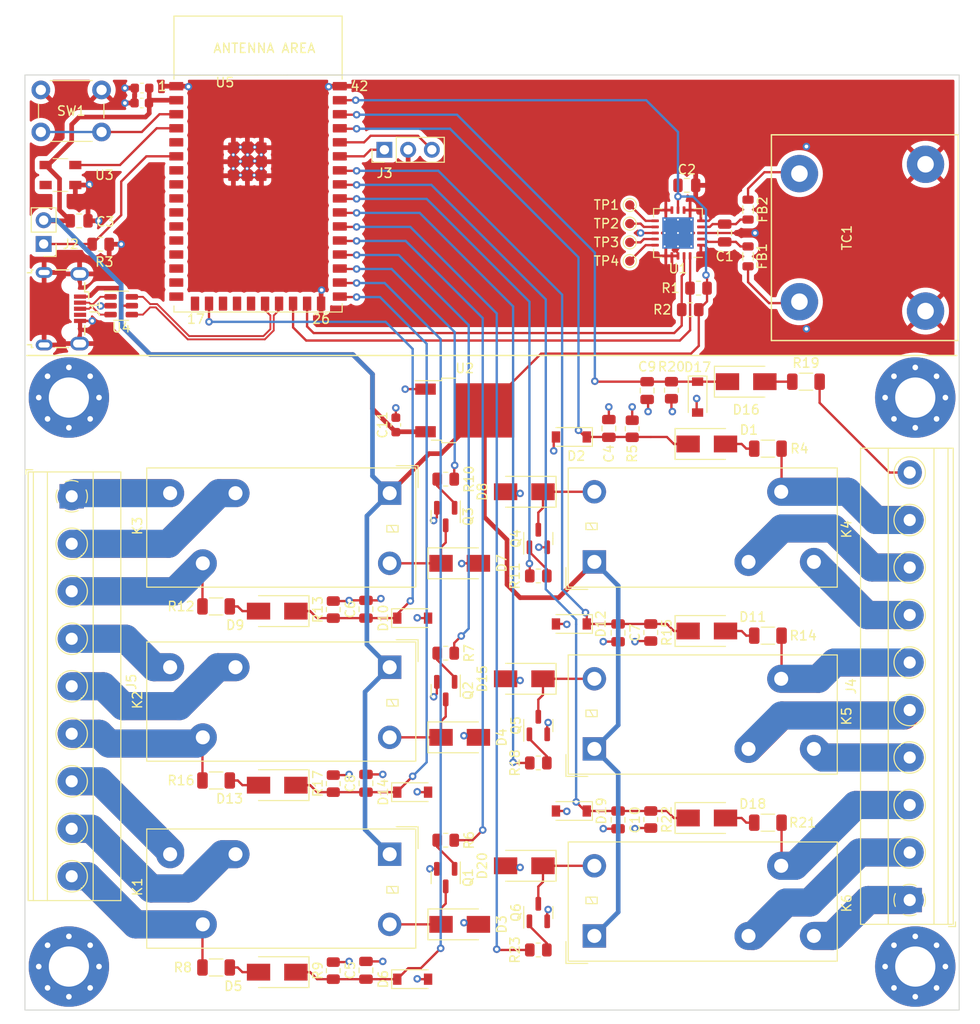
<source format=kicad_pcb>
(kicad_pcb (version 20211014) (generator pcbnew)
  (layers (0 "F.Cu" signal) (1 "In1.Cu" signal) (2 "In2.Cu" signal) (31 "B.Cu" signal) (34 "B.Paste" user) (35 "F.Paste" user) (36 "B.SilkS" user "B.Silkscreen") (37 "F.SilkS" user "F.Silkscreen") (38 "B.Mask" user) (39 "F.Mask" user) (44 "Edge.Cuts" user))
  (net 0 "")
  (net 1 "Net-(C1-Pad1)")
  (net 2 "Net-(C1-Pad2)")
  (net 3 "+3V3")
  (net 4 "GND")
  (net 5 "/Light_Monn")
  (net 6 "/Top_Monn_A")
  (net 7 "/Top_Monn_B")
  (net 8 "/Bot_Monn_A")
  (net 9 "/Fan_Monn")
  (net 10 "/Door")
  (net 11 "/Bot_Monn_B")
  (net 12 "Net-(D1-Pad2)")
  (net 13 "Net-(D3-Pad1)")
  (net 14 "Net-(D4-Pad1)")
  (net 15 "Net-(D5-Pad2)")
  (net 16 "Net-(D7-Pad1)")
  (net 17 "Net-(D8-Pad1)")
  (net 18 "Net-(D9-Pad2)")
  (net 19 "Net-(D11-Pad2)")
  (net 20 "Net-(D13-Pad2)")
  (net 21 "Net-(D15-Pad1)")
  (net 22 "Net-(D16-Pad2)")
  (net 23 "Net-(D18-Pad2)")
  (net 24 "Net-(D20-Pad1)")
  (net 25 "Net-(FB1-Pad1)")
  (net 26 "Net-(FB2-Pad1)")
  (net 27 "+5V")
  (net 28 "/USB_B_D-")
  (net 29 "/USB_B_D+")
  (net 31 "/Cancel")
  (net 32 "/UART_TX")
  (net 33 "/UART_RX")
  (net 34 "/SPDT_Relay2/COM")
  (net 35 "/SPDT_Relay2/NC")
  (net 36 "/SPDT_Relay2/NO")
  (net 37 "/SPDT_Relay0/COM")
  (net 38 "/SPDT_Relay0/NC")
  (net 39 "/SPDT_Relay0/NO")
  (net 40 "/SPDT_Relay3/COM")
  (net 41 "/SPDT_Relay3/NC")
  (net 42 "/SPDT_Relay3/NO")
  (net 43 "/SPDT_Relay1/COM")
  (net 44 "/SPDT_Relay1/NC")
  (net 45 "/SPDT_Relay1/NO")
  (net 46 "/SPDT_Relay4/COM")
  (net 47 "/SPDT_Relay4/NC")
  (net 48 "/SPDT_Relay4/NO")
  (net 49 "/SPDT_Relay5/COM")
  (net 50 "/SPDT_Relay5/NC")
  (net 51 "/SPDT_Relay5/NO")
  (net 52 "Net-(Q1-Pad1)")
  (net 53 "Net-(Q2-Pad1)")
  (net 54 "Net-(Q3-Pad1)")
  (net 55 "Net-(Q4-Pad1)")
  (net 56 "Net-(Q5-Pad1)")
  (net 57 "Net-(Q6-Pad1)")
  (net 58 "/SDA")
  (net 59 "/SCL")
  (net 60 "/Top_A")
  (net 61 "/Fan")
  (net 62 "/Top_B")
  (net 63 "/Light")
  (net 64 "/Bot_A")
  (net 65 "/AC_GPIO4/AC_In")
  (net 66 "/Bot_B")
  (net 67 "/BootMode")
  (net 68 "Net-(TP1-Pad1)")
  (net 69 "Net-(TP2-Pad1)")
  (net 70 "Net-(TP3-Pad1)")
  (net 71 "Net-(TP4-Pad1)")
  (net 72 "/LED")
  (net 74 "/IC_USB_D-")
  (net 75 "/IC_USB_D+")
  (footprint "Connector_USB:USB_Micro-B_Wuerth_629105150521" (layer "F.Cu") (at 134 60 -90)
    (fp_text reference "J1")
    (fp_text value "USB_B_Micro")
  )
  (footprint "Diode_SMD:D_SMA" (layer "F.Cu") (at 207.2 67.8)
    (fp_text reference "D16")
    (fp_text value "D")
  )
  (footprint "Capacitor_SMD:C_0603_1608Metric" (layer "F.Cu") (at 169.7 72.425 90)
    (fp_text reference "C11")
    (fp_text value "22u")
  )
  (footprint "Package_TO_SOT_SMD:SOT-23-6" (layer "F.Cu") (at 140.3 59.675)
    (fp_text reference "U4")
    (fp_text value "USBLC6-2P6")
  )
  (footprint "Resistor_SMD:R_0805_2012Metric" (layer "F.Cu") (at 175.0375 78.225 180)
    (fp_text reference "R10")
    (fp_text value "1k")
  )
  (footprint "Capacitor_SMD:C_0805_2012Metric" (layer "F.Cu") (at 200.85 46.8)
    (fp_text reference "C2")
    (fp_text value "0.1u")
  )
  (footprint "TerminalBlock_Phoenix:TerminalBlock_Phoenix_MKDS-1,5-10-5.08_1x10_P5.08mm_Horizontal" (layer "F.Cu") (at 224.705 123.235 90)
    (fp_text reference "J4")
    (fp_text value "Screw_Terminal_01x10")
  )
  (footprint "Connector_PinHeader_2.54mm:PinHeader_1x03_P2.54mm_Vertical" (layer "F.Cu") (at 168.475 43 90)
    (fp_text reference "J3")
    (fp_text value "Conn_01x03")
  )
  (footprint "Capacitor_SMD:C_0805_2012Metric" (layer "F.Cu") (at 192.5 72.8 90)
    (fp_text reference "C4")
    (fp_text value "10u")
  )
  (footprint "lib:IN-PI33TBTPRPGPB" (layer "F.Cu") (at 133.8 45.7)
    (fp_text reference "U3")
    (fp_text value "IN-PI33TBTPRPGPB" hide)
  )
  (footprint "lib:J114AF1C" (layer "F.Cu") (at 169.0375 79.725 180)
    (fp_text reference "K3")
    (fp_text value "J114AF")
  )
  (footprint "Diode_SMD:D_SMA" (layer "F.Cu") (at 176.5375 87.225)
    (fp_text reference "D7")
    (fp_text value "D")
  )
  (footprint "Diode_SMD:D_SOD-123" (layer "F.Cu") (at 202 69.45 -90)
    (fp_text reference "D17")
    (fp_text value "D_Zener")
  )
  (footprint "Diode_SMD:D_SMA" (layer "F.Cu") (at 202.9875 94.4625)
    (fp_text reference "D11")
    (fp_text value "D")
  )
  (footprint "Diode_SMD:D_SOD-123" (layer "F.Cu") (at 188.4875 73.7125 180)
    (fp_text reference "D2")
    (fp_text value "D_Zener")
  )
  (footprint "Capacitor_SMD:C_0603_1608Metric" (layer "F.Cu") (at 142.525 36.4 180)
    (fp_text reference "C12" hide)
    (fp_text value "22u")
  )
  (footprint "Diode_SMD:D_SMA" (layer "F.Cu") (at 176.5375 125.8375)
    (fp_text reference "D3")
    (fp_text value "D")
  )
  (footprint "Resistor_SMD:R_0805_2012Metric" (layer "F.Cu") (at 175.0375 116.8375 180)
    (fp_text reference "R6")
    (fp_text value "1k")
  )
  (footprint "Diode_SMD:D_SMA" (layer "F.Cu") (at 202.9875 74.4625)
    (fp_text reference "D1")
    (fp_text value "D")
  )
  (footprint "Resistor_SMD:R_0805_2012Metric" (layer "F.Cu") (at 201.2125 60.1 180)
    (fp_text reference "R2")
    (fp_text value "10k")
  )
  (footprint "Package_TO_SOT_SMD:SOT-23" (layer "F.Cu") (at 175.0375 100.8375 -90)
    (fp_text reference "Q2")
    (fp_text value "MMBTA13L?")
  )
  (footprint "Package_DFN_QFN:QFN-20-1EP_5x5mm_P0.65mm_EP3.35x3.35mm_ThermalVias" (layer "F.Cu") (at 199.9 51.9 180)
    (fp_text reference "U1")
    (fp_text value "MCP9600-E_MX")
  )
  (footprint "Diode_SMD:D_SOD-123" (layer "F.Cu") (at 171.5 131.7)
    (fp_text reference "D6")
    (fp_text value "D_Zener")
  )
  (footprint "MountingHole:MountingHole_4.3mm_M4_Pad_Via" (layer "F.Cu") (at 225.3 130.35)
    (fp_text reference "H6" hide)
    (fp_text value "MountingHole_Pad")
  )
  (footprint "Resistor_SMD:R_0805_2012Metric" (layer "F.Cu") (at 184.95 128.575)
    (fp_text reference "R23")
    (fp_text value "1k")
  )
  (footprint "Inductor_SMD:L_0805_2012Metric" (layer "F.Cu") (at 207.4 54.4 90)
    (fp_text reference "FB1")
    (fp_text value "FerriteBead_Small")
  )
  (footprint "Diode_SMD:D_SOD-123" (layer "F.Cu") (at 171.5 93.0875)
    (fp_text reference "D10")
    (fp_text value "D_Zener")
  )
  (footprint "Package_TO_SOT_SMD:TO-252-2" (layer "F.Cu") (at 177.075 70.875)
    (fp_text reference "U2")
    (fp_text value "3.3V LDO Reg")
  )
  (footprint "Diode_SMD:D_SMA" (layer "F.Cu") (at 183.45 99.575 180)
    (fp_text reference "D15")
    (fp_text value "D")
  )
  (footprint "Resistor_SMD:R_1206_3216Metric" (layer "F.Cu") (at 150.4625 130.45)
    (fp_text reference "R8")
    (fp_text value "100k")
  )
  (footprint "Capacitor_SMD:C_0603_1608Metric" (layer "F.Cu") (at 142.5 38 180)
    (fp_text reference "C13" hide)
    (fp_text value "0.1u")
  )
  (footprint "Connector_PinHeader_2.54mm:PinHeader_1x02_P2.54mm_Vertical" (layer "F.Cu") (at 132 53.075 180)
    (fp_text reference "J2")
    (fp_text value "Conn_01x02")
  )
  (footprint "Resistor_SMD:R_0805_2012Metric" (layer "F.Cu") (at 163 110.7875 90)
    (fp_text reference "R17")
    (fp_text value "10k")
  )
  (footprint "Resistor_SMD:R_0805_2012Metric" (layer "F.Cu") (at 196.9875 114.625 -90)
    (fp_text reference "R22")
    (fp_text value "10k")
  )
  (footprint "Resistor_SMD:R_0805_2012Metric" (layer "F.Cu") (at 199.2 68.7125 -90)
    (fp_text reference "R20")
    (fp_text value "10k")
  )
  (footprint "Resistor_SMD:R_0805_2012Metric" (layer "F.Cu") (at 175.0375 96.8375 180)
    (fp_text reference "R7")
    (fp_text value "1k")
  )
  (footprint "Capacitor_SMD:C_0805_2012Metric" (layer "F.Cu") (at 166.5 130.75 90)
    (fp_text reference "C5")
    (fp_text value "10u")
  )
  (footprint "Capacitor_SMD:C_0805_2012Metric" (layer "F.Cu") (at 166.5 110.75 90)
    (fp_text reference "C8")
    (fp_text value "10u")
  )
  (footprint "Package_TO_SOT_SMD:SOT-23" (layer "F.Cu") (at 184.95 104.575 90)
    (fp_text reference "Q5")
    (fp_text value "MMBTA13L?")
  )
  (footprint "Inductor_SMD:L_0805_2012Metric" (layer "F.Cu") (at 207.4 49.4 -90)
    (fp_text reference "FB2")
    (fp_text value "FerriteBead_Small")
  )
  (footprint "lib:J114AF1C" (layer "F.Cu") (at 169.0375 98.3375 180)
    (fp_text reference "K2")
    (fp_text value "J114AF")
  )
  (footprint "Resistor_SMD:R_1206_3216Metric" (layer "F.Cu") (at 209.525 74.9625 180)
    (fp_text reference "R4")
    (fp_text value "100k")
  )
  (footprint "Resistor_SMD:R_0805_2012Metric" (layer "F.Cu") (at 138.1 53.1)
    (fp_text reference "R3")
    (fp_text value "10k")
  )
  (footprint "Diode_SMD:D_SMA" (layer "F.Cu") (at 183.45 79.575 180)
    (fp_text reference "D8")
    (fp_text value "D")
  )
  (footprint "Resistor_SMD:R_0805_2012Metric" (layer "F.Cu") (at 196.9875 94.625 -90)
    (fp_text reference "R15")
    (fp_text value "10k")
  )
  (footprint "Capacitor_SMD:C_0805_2012Metric" (layer "F.Cu") (at 135.8 50.6)
    (fp_text reference "C3")
    (fp_text value "0.1u")
  )
  (footprint "Resistor_SMD:R_0805_2012Metric" (layer "F.Cu") (at 202.1 57.8 180)
    (fp_text reference "R1")
    (fp_text value "10k")
  )
  (footprint "Diode_SMD:D_SMA" (layer "F.Cu") (at 157 130.95 180)
    (fp_text reference "D5")
    (fp_text value "D")
  )
  (footprint "Package_TO_SOT_SMD:SOT-23" (layer "F.Cu") (at 175.0375 82.225 -90)
    (fp_text reference "Q3")
    (fp_text value "MMBTA13L?")
  )
  (footprint "Package_TO_SOT_SMD:SOT-23" (layer "F.Cu") (at 184.95 84.575 90)
    (fp_text reference "Q4")
    (fp_text value "MMBTA13L?")
  )
  (footprint "Resistor_SMD:R_0805_2012Metric" (layer "F.Cu") (at 184.95 88.575)
    (fp_text reference "R11")
    (fp_text value "1k")
  )
  (footprint "Capacitor_SMD:C_0805_2012Metric" (layer "F.Cu") (at 166.5 92.1375 90)
    (fp_text reference "C6")
    (fp_text value "10u")
  )
  (footprint "Diode_SMD:D_SMA" (layer "F.Cu") (at 202.9875 114.4625)
    (fp_text reference "D18")
    (fp_text value "D")
  )
  (footprint "TerminalBlock_Phoenix:TerminalBlock_Phoenix_MKDS-1,5-9-5.08_1x09_P5.08mm_Horizontal" (layer "F.Cu") (at 135 80.055 -90)
    (fp_text reference "J5")
    (fp_text value "Screw_Terminal_01x09")
  )
  (footprint "Package_TO_SOT_SMD:SOT-23" (layer "F.Cu") (at 184.95 124.575 90)
    (fp_text reference "Q6")
    (fp_text value "MMBTA13L?")
  )
  (footprint "Diode_SMD:D_SOD-123" (layer "F.Cu") (at 188.4875 113.7125 180)
    (fp_text reference "D19")
    (fp_text value "D_Zener")
  )
  (footprint "Button_Switch_THT:SW_PUSH_6mm_H4.3mm" (layer "F.Cu") (at 131.7 36.6)
    (fp_text reference "SW1")
    (fp_text value "SW_Push")
  )
  (footprint "Diode_SMD:D_SOD-123" (layer "F.Cu") (at 171.5 111.7)
    (fp_text reference "D14")
    (fp_text value "D_Zener")
  )
  (footprint "lib:PCC-SMP" (layer "F.Cu") (at 212.9 52.4 -90)
    (fp_text reference "TC1")
    (fp_text value "Thermocouple_Block")
  )
  (footprint "TestPoint:TestPoint_Pad_D1.0mm" (layer "F.Cu") (at 194.74 48.9 180)
    (fp_text reference "TP1")
    (fp_text value "TestPoint")
  )
  (footprint "Capacitor_SMD:C_0805_2012Metric" (layer "F.Cu") (at 204.9 51.9 90)
    (fp_text reference "C1")
    (fp_text value "0.1u")
  )
  (footprint "MountingHole:MountingHole_4.3mm_M4_Pad_Via" (layer "F.Cu") (at 225.3 69.5)
    (fp_text reference "H4" hide)
    (fp_text value "MountingHole_Pad")
  )
  (footprint "Resistor_SMD:R_0805_2012Metric" (layer "F.Cu") (at 163 130.7875 90)
    (fp_text reference "R9")
    (fp_text value "10k")
  )
  (footprint "MountingHole:MountingHole_4.3mm_M4_Pad_Via" (layer "F.Cu") (at 134.7 69.5)
    (fp_text reference "H3" hide)
    (fp_text value "MountingHole_Pad")
  )
  (footprint "Resistor_SMD:R_0805_2012Metric" (layer "F.Cu") (at 195 72.8375 90)
    (fp_text reference "R5")
    (fp_text value "10k")
  )
  (footprint "Capacitor_SMD:C_0805_2012Metric" (layer "F.Cu") (at 193.4875 114.6625 -90)
    (fp_text reference "C10")
    (fp_text value "10u")
  )
  (footprint "Diode_SMD:D_SMA" (layer "F.Cu") (at 157 92.3375 180)
    (fp_text reference "D9")
    (fp_text value "D")
  )
  (footprint "Resistor_SMD:R_0805_2012Metric" (layer "F.Cu") (at 184.95 108.575)
    (fp_text reference "R18")
    (fp_text value "1k")
  )
  (footprint "Diode_SMD:D_SMA" (layer "F.Cu") (at 176.5375 105.8375)
    (fp_text reference "D4")
    (fp_text value "D")
  )
  (footprint "lib:J114AF1C" (layer "F.Cu") (at 190.95 87.075)
    (fp_text reference "K4")
    (fp_text value "J114AF")
  )
  (footprint "Resistor_SMD:R_1206_3216Metric" (layer "F.Cu") (at 150.4625 110.45)
    (fp_text reference "R16")
    (fp_text value "100k")
  )
  (footprint "TestPoint:TestPoint_Pad_D1.0mm" (layer "F.Cu") (at 194.74 50.9 180)
    (fp_text reference "TP2")
    (fp_text value "TestPoint")
  )
  (footprint "TestPoint:TestPoint_Pad_D1.0mm" (layer "F.Cu") (at 194.74 52.9 180)
    (fp_text reference "TP3")
    (fp_text value "TestPoint")
  )
  (footprint "Resistor_SMD:R_1206_3216Metric" (layer "F.Cu") (at 150.4625 91.8375)
    (fp_text reference "R12")
    (fp_text value "100k")
  )
  (footprint "Diode_SMD:D_SMA" (layer "F.Cu") (at 183.45 119.575 180)
    (fp_text reference "D20")
    (fp_text value "D")
  )
  (footprint "MountingHole:MountingHole_4.3mm_M4_Pad_Via" (layer "F.Cu") (at 134.7 130.35)
    (fp_text reference "H5" hide)
    (fp_text value "MountingHole_Pad")
  )
  (footprint "Resistor_SMD:R_1206_3216Metric" (layer "F.Cu") (at 213.6 67.8 180)
    (fp_text reference "R19")
    (fp_text value "100k")
  )
  (footprint "Diode_SMD:D_SOD-123" (layer "F.Cu") (at 188.4875 93.7125 180)
    (fp_text reference "D12")
    (fp_text value "D_Zener")
  )
  (footprint "Package_TO_SOT_SMD:SOT-23" (layer "F.Cu") (at 175.0375 120.8375 -90)
    (fp_text reference "Q1")
    (fp_text value "MMBTA13L?")
  )
  (footprint "Resistor_SMD:R_1206_3216Metric" (layer "F.Cu") (at 209.525 114.9625 180)
    (fp_text reference "R21")
    (fp_text value "100k")
  )
  (footprint "Resistor_SMD:R_1206_3216Metric" (layer "F.Cu") (at 209.525 94.9625 180)
    (fp_text reference "R14")
    (fp_text value "100k")
  )
  (footprint "Resistor_SMD:R_0805_2012Metric" (layer "F.Cu") (at 163 92.175 90)
    (fp_text reference "R13")
    (fp_text value "10k")
  )
  (footprint "lib:J114AF1C" (layer "F.Cu") (at 190.95 127.075)
    (fp_text reference "K6")
    (fp_text value "J114AF")
  )
  (footprint "lib:ESP32-S2-WROOM" (layer "F.Cu") (at 155 44.1)
    (fp_text reference "U5")
    (fp_text value "ESP32-S2-WROOM")
  )
  (footprint "lib:J114AF1C" (layer "F.Cu") (at 169.0375 118.3375 180)
    (fp_text reference "K1")
    (fp_text value "J114AF")
  )
  (footprint "TestPoint:TestPoint_Pad_D1.0mm" (layer "F.Cu") (at 194.74 54.9 180)
    (fp_text reference "TP4")
    (fp_text value "TestPoint")
  )
  (footprint "lib:J114AF1C" (layer "F.Cu") (at 190.95 107.075)
    (fp_text reference "K5")
    (fp_text value "J114AF")
  )
  (footprint "Capacitor_SMD:C_0805_2012Metric" (layer "F.Cu") (at 193.4875 94.6625 -90)
    (fp_text reference "C7")
    (fp_text value "10u")
  )
  (footprint "Diode_SMD:D_SMA" (layer "F.Cu") (at 157 110.95 180)
    (fp_text reference "D13")
    (fp_text value "D")
  )
  (footprint "Capacitor_SMD:C_0805_2012Metric" (layer "F.Cu") (at 196.6 68.75 -90)
    (fp_text reference "C9")
    (fp_text value "10u")
  )
  (gr_line (start 130.2 65) (end 229.75 65) (layer "F.SilkS") (width 0.15))
  (gr_line (start 130 35) (end 230 35) (layer "Edge.Cuts") (width 0.1))
  (gr_line (start 230 35) (end 230 135) (layer "Edge.Cuts") (width 0.1))
  (gr_line (start 130 135) (end 130 35) (layer "Edge.Cuts") (width 0.1))
  (gr_line (start 230 135) (end 130 135) (layer "Edge.Cuts") (width 0.1))
  (segment (start 204.9 52.85) (end 203.1 52.85) (width 0.25) (layer "F.Cu") (net 1))
  (segment (start 204.9 52.85) (end 206.1 52.85) (width 0.25) (layer "F.Cu") (net 1))
  (segment (start 203.1 52.85) (end 202.8 52.55) (width 0.25) (layer "F.Cu") (net 1))
  (segment (start 206.1 52.85) (end 206.5875 53.3375) (width 0.25) (layer "F.Cu") (net 1))
  (segment (start 206.5875 53.3375) (end 207.4 53.3375) (width 0.25) (layer "F.Cu") (net 1))
  (segment (start 202.8 52.55) (end 202.35 52.55) (width 0.25) (layer "F.Cu") (net 1))
  (segment (start 206.1 50.95) (end 204.9 50.95) (width 0.25) (layer "F.Cu") (net 2))
  (segment (start 202.35 51.25) (end 203.3 51.25) (width 0.25) (layer "F.Cu") (net 2))
  (segment (start 203.3 51.25) (end 203.6 50.95) (width 0.25) (layer "F.Cu") (net 2))
  (segment (start 203.6 50.95) (end 204.9 50.95) (width 0.25) (layer "F.Cu") (net 2))
  (segment (start 207.4 50.4625) (end 206.5875 50.4625) (width 0.25) (layer "F.Cu") (net 2))
  (segment (start 206.5875 50.4625) (end 206.1 50.95) (width 0.25) (layer "F.Cu") (net 2))
  (segment (start 132.47 44.63) (end 132.21 44.63) (width 0.5) (layer "F.Cu") (net 3))
  (segment (start 187.125 90.9) (end 190.95 87.075) (width 0.5) (layer "F.Cu") (net 3))
  (segment (start 163.7 37.7) (end 165.4 37.7) (width 0.25) (layer "F.Cu") (net 3))
  (segment (start 202.125 60.1) (end 202.125 63.975) (width 0.25) (layer "F.Cu") (net 3))
  (segment (start 203.0125 59.2125) (end 202.125 60.1) (width 0.25) (layer "F.Cu") (net 3))
  (segment (start 181.6 84.7) (end 181.6 89.5) (width 0.5) (layer "F.Cu") (net 3))
  (segment (start 132.065 50.6) (end 132 50.535) (width 0.5) (layer "F.Cu") (net 3))
  (segment (start 203.0125 57.8) (end 203.0125 56.5125) (width 0.25) (layer "F.Cu") (net 3))
  (segment (start 179.175 70.875) (end 179.175 82.275) (width 0.5) (layer "F.Cu") (net 3))
  (segment (start 142.9 39.5) (end 135.8 39.5) (width 0.5) (layer "F.Cu") (net 3))
  (segment (start 133.7 46.12) (end 132.21 44.63) (width 0.5) (layer "F.Cu") (net 3))
  (segment (start 134.85 50.6) (end 132.065 50.6) (width 0.5) (layer "F.Cu") (net 3))
  (segment (start 143.575 37.7) (end 143.275 38) (width 0.5) (layer "F.Cu") (net 3))
  (segment (start 203.0125 57.8) (end 203.0125 59.2125) (width 0.25) (layer "F.Cu") (net 3))
  (segment (start 181.6 89.5) (end 183 90.9) (width 0.5) (layer "F.Cu") (net 3))
  (segment (start 134.85 50.6) (end 133.7 49.45) (width 0.5) (layer "F.Cu") (net 3))
  (segment (start 202.125 63.975) (end 201.3 64.8) (width 0.25) (layer "F.Cu") (net 3))
  (segment (start 169.0375 79.725) (end 173.2625 75.5) (width 0.5) (layer "F.Cu") (net 3))
  (segment (start 133.7 49.45) (end 133.7 46.12) (width 0.5) (layer "F.Cu") (net 3))
  (segment (start 179.175 82.275) (end 181.6 84.7) (width 0.5) (layer "F.Cu") (net 3))
  (segment (start 183 90.9) (end 187.125 90.9) (width 0.5) (layer "F.Cu") (net 3))
  (segment (start 185.25 64.8) (end 179.175 70.875) (width 0.25) (layer "F.Cu") (net 3))
  (segment (start 135 40.3) (end 135 42.1) (width 0.5) (layer "F.Cu") (net 3))
  (segment (start 135 42.1) (end 132.47 44.63) (width 0.5) (layer "F.Cu") (net 3))
  (segment (start 143.3 36.4) (end 143.3 39.1) (width 0.5) (layer "F.Cu") (net 3))
  (segment (start 199.9 48) (end 199.9 49.45) (width 0.25) (layer "F.Cu") (net 3))
  (segment (start 146.2 37.7) (end 143.575 37.7) (width 0.5) (layer "F.Cu") (net 3))
  (segment (start 201.3 64.8) (end 185.25 64.8) (width 0.25) (layer "F.Cu") (net 3))
  (segment (start 135.8 39.5) (end 135 40.3) (width 0.5) (layer "F.Cu") (net 3))
  (segment (start 143.3 39.1) (end 142.9 39.5) (width 0.5) (layer "F.Cu") (net 3))
  (segment (start 203.0125 56.5125) (end 202.9 56.4) (width 0.25) (layer "F.Cu") (net 3))
  (segment (start 174.55 75.5) (end 173.2625 75.5) (width 0.5) (layer "F.Cu") (net 3))
  (segment (start 179.175 70.875) (end 174.55 75.5) (width 0.5) (layer "F.Cu") (net 3))
  (segment (start 199.9 48) (end 199.9 46.45) (width 0.25) (layer "F.Cu") (net 3))
  (via (at 165.4 37.7) (size 0.8) (drill 0.4) (layers "F.Cu" "B.Cu") (net 3))
  (via (at 202.9 56.4) (size 0.8) (drill 0.4) (layers "F.Cu" "B.Cu") (net 3))
  (via (at 199.9 48) (size 0.8) (drill 0.4) (layers "F.Cu" "B.Cu") (net 3))
  (segment (start 202.9 49.4) (end 201.5 48) (width 0.25) (layer "B.Cu") (net 3))
  (segment (start 167.2 77.8875) (end 169.0375 79.725) (width 0.5) (layer "B.Cu") (net 3))
  (segment (start 166.6 95.9) (end 166.6 82.1625) (width 0.5) (layer "B.Cu") (net 3))
  (segment (start 201.5 48) (end 199.9 48) (width 0.25) (layer "B.Cu") (net 3))
  (segment (start 165.4 37.7) (end 196.5 37.7) (width 0.25) (layer "B.Cu") (net 3))
  (segment (start 169.0375 118.3375) (end 166.4 115.7) (width 0.5) (layer "B.Cu") (net 3))
  (segment (start 143.4 64.9) (end 165.1 64.9) (width 0.5) (layer "B.Cu") (net 3))
  (segment (start 202.9 56.4) (end 202.9 49.4) (width 0.25) (layer "B.Cu") (net 3))
  (segment (start 199.9 41.1) (end 199.9 48) (width 0.25) (layer "B.Cu") (net 3))
  (segment (start 166.6 82.1625) (end 169.0375 79.725) (width 0.5) (layer "B.Cu") (net 3))
  (segment (start 132 50.535) (end 133.435 50.535) (width 0.5) (layer "B.Cu") (net 3))
  (segment (start 193.5 109.625) (end 193.5 124.525) (width 0.5) (layer "B.Cu") (net 3))
  (segment (start 166.4 115.7) (end 166.4 100.975) (width 0.5) (layer "B.Cu") (net 3))
  (segment (start 165.1 64.9) (end 167.2 67) (width 0.5) (layer "B.Cu") (net 3))
  (segment (start 190.95 87.075) (end 193.5 89.625) (width 0.5) (layer "B.Cu") (net 3))
  (segment (start 140.3 61.8) (end 143.4 64.9) (width 0.5) (layer "B.Cu") (net 3))
  (segment (start 190.95 107.075) (end 193.5 109.625) (width 0.5) (layer "B.Cu") (net 3))
  (segment (start 193.5 124.525) (end 190.95 127.075) (width 0.5) (layer "B.Cu") (net 3))
  (segment (start 166.4 100.975) (end 169.0375 98.3375) (width 0.5) (layer "B.Cu") (net 3))
  (segment (start 169.0375 98.3375) (end 166.6 95.9) (width 0.5) (layer "B.Cu") (net 3))
  (segment (start 193.5 89.625) (end 193.5 104.525) (width 0.5) (layer "B.Cu") (net 3))
  (segment (start 140.3 57.4) (end 140.3 61.8) (width 0.5) (layer "B.Cu") (net 3))
  (segment (start 193.5 104.525) (end 190.95 107.075) (width 0.5) (layer "B.Cu") (net 3))
  (segment (start 167.2 67) (end 167.2 77.8875) (width 0.5) (layer "B.Cu") (net 3))
  (segment (start 133.435 50.535) (end 140.3 57.4) (width 0.5) (layer "B.Cu") (net 3))
  (segment (start 196.5 37.7) (end 199.9 41.1) (width 0.25) (layer "B.Cu") (net 3))
  (segment (start 187.9625 93.7125) (end 188 93.75) (width 0.25) (layer "F.Cu") (net 4))
  (segment (start 199.2 69.625) (end 199.2 70.9) (width 0.25) (layer "F.Cu") (net 4))
  (segment (start 185.9 85.5125) (end 185.0125 85.5125) (width 0.25) (layer "F.Cu") (net 4))
  (segment (start 173.15 131.7) (end 172.025 131.7) (width 0.25) (layer "F.Cu") (net 4))
  (segment (start 172.025 111.7) (end 171.9875 111.6625) (width 0.25) (layer "F.Cu") (net 4))
  (segment (start 196.7 69.8) (end 196.7 71) (width 0.25) (layer "F.Cu") (net 4))
  (segment (start 162.55 36.2) (end 162.5 36.25) (width 0.25) (layer "F.Cu") (net 4))
  (segment (start 181.45 99.575) (end 182.825 99.575) (width 0.25) (layer "F.Cu") (net 4))
  (segment (start 176.775 87.225) (end 176.75 87.25) (width 0.25) (layer "F.Cu") (net 4))
  (segment (start 185.9 125.5125) (end 185.9 124.35) (width 0.25) (layer "F.Cu") (net 4))
  (segment (start 185.9 105.5125) (end 185.9 104.35) (width 0.25) (layer "F.Cu") (net 4))
  (segment (start 181.45 119.575) (end 182.825 119.575) (width 0.25) (layer "F.Cu") (net 4))
  (segment (start 196.9875 115.5375) (end 195.3625 115.5375) (width 0.25) (layer "F.Cu") (net 4))
  (segment (start 169.7 71.65) (end 169.7 70.6) (width 0.25) (layer "F.Cu") (net 4))
  (segment (start 193.475 95.6) (end 191.9 95.6) (width 0.25) (layer "F.Cu") (net 4))
  (segment (start 177.1625 125.8375) (end 176.9875 125.6625) (width 0.25) (layer "F.Cu") (net 4))
  (segment (start 186.6 73.95) (end 186.6 75.2) (width 0.25) (layer "F.Cu") (net 4))
  (segment (start 163.7 36.2) (end 162.55 36.2) (width 0.25) (layer "F.Cu") (net 4))
  (segment (start 178.5375 105.8375) (end 177.1625 105.8375) (width 0.25) (layer "F.Cu") (net 4))
  (segment (start 181.45 79.575) (end 182.825 79.575) (width 0.25) (layer "F.Cu") (net 4))
  (segment (start 199.2 70.9) (end 199.3 71) (width 0.25) (layer "F.Cu") (net 4))
  (segment (start 197.45 51.9) (end 195.9 51.9) (width 0.25) (layer "F.Cu") (net 4))
  (segment (start 139.0125 53.1) (end 140.3 53.1) (width 0.25) (layer "F.Cu") (net 4))
  (segment (start 196.6 69.7) (end 196.7 69.8) (width 0.25) (layer "F.Cu") (net 4))
  (segment (start 174.0875 99.9) (end 174.0875 101.1625) (width 0.25) (layer "F.Cu") (net 4))
  (segment (start 185.0125 85.5125) (end 185 85.5) (width 0.25) (layer "F.Cu") (net 4))
  (segment (start 139.1625 59.675) (end 138.125 59.675) (width 0.25) (layer "F.Cu") (net 4))
  (segment (start 178.5375 125.8375) (end 177.1625 125.8375) (width 0.25) (layer "F.Cu") (net 4))
  (segment (start 193.4875 115.6125) (end 191.9125 115.6125) (width 0.25) (layer "F.Cu") (net 4))
  (segment (start 163 109.875) (end 164.625 109.875) (width 0.25) (layer "F.Cu") (net 4))
  (segment (start 174.0875 101.1625) (end 173.75 101.5) (width 0.25) (layer "F.Cu") (net 4))
  (segment (start 202.35 51.9) (end 208.15 51.9) (width 0.25) (layer "F.Cu") (net 4))
  (segment (start 161.7 58.05) (end 161.75 58) (width 0.25) (layer "F.Cu") (net 4))
  (segment (start 172.875 68.595) (end 170.705 68.595) (width 0.25) (layer "F.Cu") (net 4))
  (segment (start 138.125 59.675) (end 138.1 59.7) (width 0.25) (layer "F.Cu") (net 4))
  (segment (start 146.2 36.2) (end 147.45 36.2) (width 0.25) (layer "F.Cu") (net 4))
  (segment (start 172.025 131.7) (end 171.9875 131.6625) (width 0.25) (layer "F.Cu") (net 4))
  (segment (start 191.9125 115.6125) (end 191.9 115.6) (width 0.25) (layer "F.Cu") (net 4))
  (segment (start 166.5 109.8) (end 168.3 109.8) (width 0.25) (layer "F.Cu") (net 4))
  (segment (start 195 71.925) (end 195 70.5) (width 0.25) (layer "F.Cu") (net 4))
  (segment (start 178.5375 87.225) (end 176.775 87.225) (width 0.25) (layer "F.Cu") (net 4))
  (segment (start 135.39 46.77) (end 136.83 46.77) (width 0.25) (layer "F.Cu") (net 4))
  (segment (start 173.15 93.0875) (end 172.025 93.0875) (width 0.25) (layer "F.Cu") (net 4))
  (segment (start 136.83 46.77) (end 136.9 46.7) (width 0.25) (layer "F.Cu") (net 4))
  (segment (start 211.15 42.65) (end 203.2 50.6) (width 0.25) (layer "F.Cu") (net 4))
  (segment (start 161.7 59.45) (end 161.7 58.05) (width 0.25) (layer "F.Cu") (net 4))
  (segment (start 201.9 71) (end 201.9 69.6) (width 0.25) (layer "F.Cu") (net 4))
  (segment (start 135.9 61.3) (end 137.2 61.3) (width 0.25) (layer "F.Cu") (net 4))
  (segment (start 185.9 124.35) (end 186 124.25) (width 0.25) (layer "F.Cu") (net 4))
  (segment (start 164.6375 91.2625) (end 164.7 91.2) (width 0.25) (layer "F.Cu") (net 4))
  (segment (start 163 129.875) (end 164.625 129.875) (width 0.25) (layer "F.Cu") (net 4))
  (segment (start 186.8375 73.7125) (end 186.6 73.95) (width 0.25) (layer "F.Cu") (net 4))
  (segment (start 163 91.2625) (end 164.6375 91.2625) (width 0.25) (layer "F.Cu") (net 4))
  (segment (start 164.7125 91.1875) (end 164.7 91.2) (width 0.25) (layer "F.Cu") (net 4))
  (segment (start 167.9125 91.1875) (end 168.1 91) (width 0.25) (layer "F.Cu") (net 4))
  (segment (start 213.65 42.65) (end 211.15 42.65) (width 0.25) (layer "F.Cu") (net 4))
  (segment (start 196.9875 95.5375) (end 195.3625 95.5375) (width 0.25) (layer "F.Cu") (net 4))
  (segment (start 187.9625 113.7125) (end 188 113.75) (width 0.25) (layer "F.Cu") (net 4))
  (segment (start 141.725 38) (end 140.7 38) (width 0.25) (layer "F.Cu") (net 4))
  (segment (start 177.1625 105.8375) (end 176.9875 105.6625) (width 0.25) (layer "F.Cu") (net 4))
  (segment (start 202.35 53.2) (end 202.7 53.2) (width 0.25) (layer "F.Cu") (net 4))
  (segment (start 170.705 68.595) (end 170.7 68.6) (width 0.25) (layer "F.Cu") (net 4))
  (segment (start 166.5 129.8) (end 168.3 129.8) (width 0.25) (layer "F.Cu") (net 4))
  (segment (start 172.025 93.0875) (end 171.9875 93.05) (width 0.25) (layer "F.Cu") (net 4))
  (segment (start 136.75 50.6) (end 137.9 50.6) (width 0.25) (layer "F.Cu") (net 4))
  (segment (start 193.4875 95.6125) (end 193.475 95.6) (width 0.25) (layer "F.Cu") (net 4))
  (segment (start 186.8375 113.7125) (end 187.9625 113.7125) (width 0.25) (layer "F.Cu") (net 4))
  (segment (start 173.15 111.7) (end 172.025 111.7) (width 0.25) (layer "F.Cu") (net 4))
  (segment (start 211.65 62.15) (end 213.65 62.15) (width 0.25) (layer "F.Cu") (net 4))
  (segment (start 182.825 99.575) (end 183 99.75) (width 0.25) (layer "F.Cu") (net 4))
  (segment (start 174.0875 119.9) (end 173.35 119.9) (width 0.25) (layer "F.Cu") (net 4))
  (segment (start 195.3625 95.5375) (end 195.3 95.6) (width 0.25) (layer "F.Cu") (net 4))
  (segment (start 166.5 91.1875) (end 164.7125 91.1875) (width 0.25) (layer "F.Cu") (net 4))
  (segment (start 166.5 91.1875) (end 167.9125 91.1875) (width 0.25) (layer "F.Cu") (net 4))
  (segment (start 186.8375 93.7125) (end 187.9625 93.7125) (width 0.25) (layer "F.Cu") (net 4))
  (segment (start 203.2 50.6) (end 202.35 50.6) (width 0.25) (layer "F.Cu") (net 4))
  (segment (start 185.9 104.35) (end 186 104.25) (width 0.25) (layer "F.Cu") (net 4))
  (segment (start 202.7 53.2) (end 211.65 62.15) (width 0.25) (layer "F.Cu") (net 4))
  (segment (start 202 71.1) (end 201.9 71) (width 0.25) (layer "F.Cu") (net 4))
  (segment (start 182.825 119.575) (end 183 119.75) (width 0.25) (layer "F.Cu") (net 4))
  (segment (start 141.75 36.4) (end 140.7 36.4) (width 0.25) (layer "F.Cu") (net 4))
  (segment (start 147.45 36.2) (end 147.5 36.25) (width 0.25) (layer "F.Cu") (net 4))
  (segment (start 192.5 71.85) (end 192.5 70.5) (width 0.25) (layer "F.Cu") (net 4))
  (segment (start 164.625 129.875) (end 164.7 129.8) (width 0.25) (layer "F.Cu") (net 4))
  (segment (start 174.0875 82.3125) (end 173.75 82.65) (width 0.25) (layer "F.Cu") (net 4))
  (segment (start 164.625 109.875) (end 164.7 109.8) (width 0.25) (layer "F.Cu") (net 4))
  (segment (start 195.3625 115.5375) (end 195.3 115.6) (width 0.25) (layer "F.Cu") (net 4))
  (segment (start 174.0875 81.2875) (end 174.0875 82.3125) (width 0.25) (layer "F.Cu") (net 4))
  (segment (start 182.825 79.575) (end 183 79.75) (width 0.25) (layer "F.Cu") (net 4))
  (via (at 137.2 61.3) (size 0.8) (drill 0.4) (layers "F.Cu" "B.Cu") (net 4))
  (via (at 213.65 42.65) (size 0.8) (drill 0.4) (layers "F.Cu" "B.Cu") (net 4))
  (via (at 169.7 70.6) (size 0.8) (drill 0.4) (layers "F.Cu" "B.Cu") (net 4))
  (via (at 186.6 75.2) (size 0.8) (drill 0.4) (layers "F.Cu" "B.Cu") (net 4))
  (via (at 201.9 69.6) (size 0.8) (drill 0.4) (layers "F.Cu" "B.Cu") (net 4))
  (via (at 171.9875 111.6625) (size 0.8) (drill 0.4) (layers "F.Cu" "B.Cu") (net 4))
  (via (at 173.75 82.65) (size 0.8) (drill 0.4) (layers "F.Cu" "B.Cu") (net 4))
  (via (at 199.3 71) (size 0.8) (drill 0.4) (layers "F.Cu" "B.Cu") (net 4))
  (via (at 164.7 129.8) (size 0.8) (drill 0.4) (layers "F.Cu" "B.Cu") (net 4))
  (via (at 176.75 87.25) (size 0.8) (drill 0.4) (layers "F.Cu" "B.Cu") (net 4))
  (via (at 173.35 119.9) (size 0.8) (drill 0.4) (layers "F.Cu" "B.Cu") (net 4))
  (via (at 170.7 68.6) (size 0.8) (drill 0.4) (layers "F.Cu" "B.Cu") (net 4))
  (via (at 176.9875 125.6625) (size 0.8) (drill 0.4) (layers "F.Cu" "B.Cu") (net 4))
  (via (at 168.3 109.8) (size 0.8) (drill 0.4) (layers "F.Cu" "B.Cu") (net 4))
  (via (at 183 79.75) (size 0.8) (drill 0.4) (layers "F.Cu" "B.Cu") (net 4))
  (via (at 195.3 115.6) (size 0.8) (drill 0.4) (layers "F.Cu" "B.Cu") (net 4))
  (via (at 183 119.75) (size 0.8) (drill 0.4) (layers "F.Cu" "B.Cu") (net 4))
  (via (at 208.15 51.9) (size 0.8) (drill 0.4) (layers "F.Cu" "B.Cu") (net 4))
  (via (at 186 124.25) (size 0.8) (drill 0.4) (layers "F.Cu" "B.Cu") (net 4))
  (via (at 171.9875 93.05) (size 0.8) (drill 0.4) (layers "F.Cu" "B.Cu") (net 4))
  (via (at 213.65 62.15) (size 0.8) (drill 0.4) (layers "F.Cu" "B.Cu") (net 4))
  (via (at 164.7 91.2) (size 0.8) (drill 0.4) (layers "F.Cu" "B.Cu") (net 4))
  (via (at 140.7 38) (size 0.8) (drill 0.4) (layers "F.Cu" "B.Cu") (net 4))
  (via (at 140.3 53.1) (size 0.8) (drill 0.4) (layers "F.Cu" "B.Cu") (net 4))
  (via (at 188 93.75) (size 0.8) (drill 0.4) (layers "F.Cu" "B.Cu") (net 4))
  (via (at 162.5 36.25) (size 0.8) (drill 0.4) (layers "F.Cu" "B.Cu") (net 4))
  (via (at 183 99.75) (size 0.8) (drill 0.4) (layers "F.Cu" "B.Cu") (net 4))
  (via (at 191.9 95.6) (size 0.8) (drill 0.4) (layers "F.Cu" "B.Cu") (net 4))
  (via (at 171.9875 131.6625) (size 0.8) (drill 0.4) (layers "F.Cu" "B.Cu") (net 4))
  (via (at 185 85.5) (size 0.8) (drill 0.4) (layers "F.Cu" "B.Cu") (net 4))
  (via (at 191.9 115.6) (size 0.8) (drill 0.4) (layers "F.Cu" "B.Cu") (net 4))
  (via (at 195 70.5) (size 0.8) (drill 0.4) (layers "F.Cu" "B.Cu") (net 4))
  (via (at 173.75 101.5) (size 0.8) (drill 0.4) (layers "F.Cu" "B.Cu") (net 4))
  (via (at 147.5 36.25) (size 0.8) (drill 0.4) (layers "F.Cu" "B.Cu") (net 4))
  (via (at 161.75 58) (size 0.8) (drill 0.4) (layers "F.Cu" "B.Cu") (net 4))
  (via (at 192.5 70.5) (size 0.8) (drill 0.4) (layers "F.Cu" "B.Cu") (net 4))
  (via (at 176.9875 105.6625) (size 0.8) (drill 0.4) (layers "F.Cu" "B.Cu") (net 4))
  (via (at 138.1 59.7) (size 0.8) (drill 0.4) (layers "F.Cu" "B.Cu") (net 4))
  (via (at 195.9 51.9) (size 0.8) (drill 0.4) (layers "F.Cu" "B.Cu") (net 4))
  (via (at 140.7 36.4) (size 0.8) (drill 0.4) (layers "F.Cu" "B.Cu") (net 4))
  (via (at 164.7 109.8) (size 0.8) (drill 0.4) (layers "F.Cu" "B.Cu") (net 4))
  (via (at 195.3 95.6) (size 0.8) (drill 0.4) (layers "F.Cu" "B.Cu") (net 4))
  (via (at 188 113.75) (size 0.8) (drill 0.4) (layers "F.Cu" "B.Cu") (net 4))
  (via (at 136.9 46.7) (size 0.8) (drill 0.4) (layers "F.Cu" "B.Cu") (net 4))
  (via (at 168.3 129.8) (size 0.8) (drill 0.4) (layers "F.Cu" "B.Cu") (net 4))
  (via (at 137.9 50.6) (size 0.8) (drill 0.4) (layers "F.Cu" "B.Cu") (net 4))
  (via (at 186 104.25) (size 0.8) (drill 0.4) (layers "F.Cu" "B.Cu") (net 4))
  (via (at 196.7 71) (size 0.8) (drill 0.4) (layers "F.Cu" "B.Cu") (net 4))
  (via (at 168.1 91) (size 0.8) (drill 0.4) (layers "F.Cu" "B.Cu") (net 4))
  (segment (start 199.4625 74.4625) (end 198.7125 73.7125) (width 0.25) (layer "F.Cu") (net 5))
  (segment (start 189.9625 73.7125) (end 189.25 73) (width 0.25) (layer "F.Cu") (net 5))
  (segment (start 190.1375 73.7125) (end 189.9625 73.7125) (width 0.25) (layer "F.Cu") (net 5))
  (segment (start 163.7 40.7) (end 163.75 40.75) (width 0.25) (layer "F.Cu") (net 5))
  (segment (start 198.7125 73.7125) (end 196.9875 73.7125) (width 0.25) (layer "F.Cu") (net 5))
  (segment (start 163.75 40.75) (end 165.5 40.75) (width 0.25) (layer "F.Cu") (net 5))
  (segment (start 193.4875 73.7125) (end 190.1375 73.7125) (width 0.25) (layer "F.Cu") (net 5))
  (segment (start 200.9875 74.4625) (end 199.4625 74.4625) (width 0.25) (layer "F.Cu") (net 5))
  (segment (start 196.9875 73.7125) (end 193.4875 73.7125) (width 0.25) (layer "F.Cu") (net 5))
  (via (at 189.25 73) (size 0.8) (drill 0.4) (layers "F.Cu" "B.Cu") (net 5))
  (via (at 165.5 40.75) (size 0.8) (drill 0.4) (layers "F.Cu" "B.Cu") (net 5))
  (segment (start 189.25 54.5) (end 189.25 73) (width 0.25) (layer "B.Cu") (net 5))
  (segment (start 165.5 40.75) (end 175.5 40.75) (width 0.25) (layer "B.Cu") (net 5))
  (segment (start 175.5 40.75) (end 189.25 54.5) (width 0.25) (layer "B.Cu") (net 5))
  (segment (start 163.7 57.2) (end 163.75 57.25) (width 0.25) (layer "F.Cu") (net 6))
  (segment (start 163 131.7) (end 166.5 131.7) (width 0.25) (layer "F.Cu") (net 6))
  (segment (start 174.5 128.4) (end 172.375 130.525) (width 0.25) (layer "F.Cu") (net 6))
  (segment (start 163.75 57.25) (end 165.5 57.25) (width 0.25) (layer "F.Cu") (net 6))
  (segment (start 160.525 130.95) (end 161.275 131.7) (width 0.25) (layer "F.Cu") (net 6))
  (segment (start 161.275 131.7) (end 163 131.7) (width 0.25) (layer "F.Cu") (net 6))
  (segment (start 166.5 131.7) (end 169.85 131.7) (width 0.25) (layer "F.Cu") (net 6))
  (segment (start 159 130.95) (end 160.525 130.95) (width 0.25) (layer "F.Cu") (net 6))
  (segment (start 169.85 131.7) (end 171.025 130.525) (width 0.25) (layer "F.Cu") (net 6))
  (segment (start 172.375 130.525) (end 171.025 130.525) (width 0.25) (layer "F.Cu") (net 6))
  (via (at 165.5 57.25) (size 0.8) (drill 0.4) (layers "F.Cu" "B.Cu") (net 6))
  (via (at 174.5 128.4) (size 0.8) (drill 0.4) (layers "F.Cu" "B.Cu") (net 6))
  (segment (start 165.5 57.25) (end 168.5 57.25) (width 0.25) (layer "B.Cu") (net 6))
  (segment (start 174.5 125.2) (end 174.5 63.25) (width 0.25) (layer "B.Cu") (net 6))
  (segment (start 174.5 128.4) (end 174.5 125.2) (width 0.25) (layer "B.Cu") (net 6))
  (segment (start 168.5 57.25) (end 174.5 63.25) (width 0.25) (layer "B.Cu") (net 6))
  (segment (start 169.85 92.65) (end 171.25 91.25) (width 0.25) (layer "F.Cu") (net 7))
  (segment (start 159 92.3375) (end 160.525 92.3375) (width 0.25) (layer "F.Cu") (net 7))
  (segment (start 149.7 59.45) (end 149.7 61.4) (width 0.25) (layer "F.Cu") (net 7))
  (segment (start 166.5 93.0875) (end 169.85 93.0875) (width 0.25) (layer "F.Cu") (net 7))
  (segment (start 163 93.0875) (end 166.5 93.0875) (width 0.25) (layer "F.Cu") (net 7))
  (segment (start 161.275 93.0875) (end 163 93.0875) (width 0.25) (layer "F.Cu") (net 7))
  (segment (start 160.525 92.3375) (end 161.275 93.0875) (width 0.25) (layer "F.Cu") (net 7))
  (segment (start 169.85 93.0875) (end 169.85 92.65) (width 0.25) (layer "F.Cu") (net 7))
  (via (at 149.7 61.4) (size 0.8) (drill 0.4) (layers "F.Cu" "B.Cu") (net 7))
  (via (at 171.25 91.25) (size 0.8) (drill 0.4) (layers "F.Cu" "B.Cu") (net 7))
  (segment (start 171.5 64.3) (end 171.5 91) (width 0.25) (layer "B.Cu") (net 7))
  (segment (start 149.7 61.4) (end 168.6 61.4) (width 0.25) (layer "B.Cu") (net 7))
  (segment (start 168.6 61.4) (end 171.5 64.3) (width 0.25) (layer "B.Cu") (net 7))
  (segment (start 171.5 91) (end 171.25 91.25) (width 0.25) (layer "B.Cu") (net 7))
  (segment (start 190.1375 93.7125) (end 190.1375 92.6375) (width 0.25) (layer "F.Cu") (net 8))
  (segment (start 199.4625 94.4625) (end 198.7125 93.7125) (width 0.25) (layer "F.Cu") (net 8))
  (segment (start 198.7125 93.7125) (end 196.9875 93.7125) (width 0.25) (layer "F.Cu") (net 8))
  (segment (start 190.1375 92.6375) (end 190 92.5) (width 0.25) (layer "F.Cu") (net 8))
  (segment (start 163.7 45.2) (end 163.75 45.25) (width 0.25) (layer "F.Cu") (net 8))
  (segment (start 200.9875 94.4625) (end 199.4625 94.4625) (width 0.25) (layer "F.Cu") (net 8))
  (segment (start 196.9875 93.7125) (end 193.4875 93.7125) (width 0.25) (layer "F.Cu") (net 8))
  (segment (start 163.75 45.25) (end 165.5 45.25) (width 0.25) (layer "F.Cu") (net 8))
  (segment (start 193.4875 93.7125) (end 190.1375 93.7125) (width 0.25) (layer "F.Cu") (net 8))
  (via (at 190 92.5) (size 0.8) (drill 0.4) (layers "F.Cu" "B.Cu") (net 8))
  (via (at 165.5 45.25) (size 0.8) (drill 0.4) (layers "F.Cu" "B.Cu") (net 8))
  (segment (start 187.5 90) (end 187.5 58.5) (width 0.25) (layer "B.Cu") (net 8))
  (segment (start 190 92.5) (end 187.5 90) (width 0.25) (layer "B.Cu") (net 8))
  (segment (start 174.25 45.25) (end 187.5 58.5) (width 0.25) (layer "B.Cu") (net 8))
  (segment (start 165.5 45.25) (end 174.25 45.25) (width 0.25) (layer "B.Cu") (net 8))
  (segment (start 161.275 111.7) (end 163 111.7) (width 0.25) (layer "F.Cu") (net 9))
  (segment (start 169.85 111.7) (end 169.85 111.65) (width 0.25) (layer "F.Cu") (net 9))
  (segment (start 160.525 110.95) (end 161.275 111.7) (width 0.25) (layer "F.Cu") (net 9))
  (segment (start 169.85 111.65) (end 171.5 110) (width 0.25) (layer "F.Cu") (net 9))
  (segment (start 163 111.7) (end 166.5 111.7) (width 0.25) (layer "F.Cu") (net 9))
  (segment (start 159 110.95) (end 160.525 110.95) (width 0.25) (layer "F.Cu") (net 9))
  (segment (start 166.5 111.7) (end 169.85 111.7) (width 0.25) (layer "F.Cu") (net 9))
  (segment (start 163.7 58.7) (end 163.75 58.75) (width 0.25) (layer "F.Cu") (net 9))
  (segment (start 163.75 58.75) (end 165.5 58.75) (width 0.25) (layer "F.Cu") (net 9))
  (via (at 171.5 110) (size 0.8) (drill 0.4) (layers "F.Cu" "B.Cu") (net 9))
  (via (at 165.5 58.75) (size 0.8) (drill 0.4) (layers "F.Cu" "B.Cu") (net 9))
  (segment (start 167 58.75) (end 168 58.75) (width 0.25) (layer "B.Cu") (net 9))
  (segment (start 168 58.75) (end 173 63.75) (width 0.25) (layer "B.Cu") (net 9))
  (segment (start 171.5 110) (end 173 108.5) (width 0.25) (layer "B.Cu") (net 9))
  (segment (start 165.5 58.75) (end 167 58.75) (width 0.25) (layer "B.Cu") (net 9))
  (segment (start 173 108.5) (end 173 64.5) (width 0.25) (layer "B.Cu") (net 9))
  (segment (start 173 64.5) (end 173 63.75) (width 0.25) (layer "B.Cu") (net 9))
  (segment (start 163.7 39.2) (end 163.75 39.25) (width 0.25) (layer "F.Cu") (net 10))
  (segment (start 196.6 67.8) (end 191.05 67.8) (width 0.25) (layer "F.Cu") (net 10))
  (segment (start 163.75 39.25) (end 165.5 39.25) (width 0.25) (layer "F.Cu") (net 10))
  (segment (start 191.05 67.8) (end 191 67.75) (width 0.25) (layer "F.Cu") (net 10))
  (segment (start 196.6 67.8) (end 205.2 67.8) (width 0.25) (layer "F.Cu") (net 10))
  (via (at 165.5 39.25) (size 0.8) (drill 0.4) (layers "F.Cu" "B.Cu") (net 10))
  (via (at 191 67.75) (size 0.8) (drill 0.4) (layers "F.Cu" "B.Cu") (net 10))
  (segment (start 191 54) (end 191 67.75) (width 0.25) (layer "B.Cu") (net 10))
  (segment (start 176.25 39.25) (end 191 54) (width 0.25) (layer "B.Cu") (net 10))
  (segment (start 165.5 39.25) (end 176.25 39.25) (width 0.25) (layer "B.Cu") (net 10))
  (segment (start 163.75 46.75) (end 165.5 46.75) (width 0.25) (layer "F.Cu") (net 11))
  (segment (start 198.7125 113.7125) (end 196.9875 113.7125) (width 0.25) (layer "F.Cu") (net 11))
  (segment (start 190.1375 113.7125) (end 189.9625 113.7125) (width 0.25) (layer "F.Cu") (net 11))
  (segment (start 189.9625 113.7125) (end 189 112.75) (width 0.25) (layer "F.Cu") (net 11))
  (segment (start 163.7 46.7) (end 163.75 46.75) (width 0.25) (layer "F.Cu") (net 11))
  (segment (start 196.9875 113.7125) (end 193.4875 113.7125) (width 0.25) (layer "F.Cu") (net 11))
  (segment (start 193.4875 113.7125) (end 190.1375 113.7125) (width 0.25) (layer "F.Cu") (net 11))
  (segment (start 199.4625 114.4625) (end 198.7125 113.7125) (width 0.25) (layer "F.Cu") (net 11))
  (segment (start 200.9875 114.4625) (end 199.4625 114.4625) (width 0.25) (layer "F.Cu") (net 11))
  (via (at 165.5 46.75) (size 0.8) (drill 0.4) (layers "F.Cu" "B.Cu") (net 11))
  (via (at 189 112.75) (size 0.8) (drill 0.4) (layers "F.Cu" "B.Cu") (net 11))
  (segment (start 189 93.75) (end 189 93.25) (width 0.25) (layer "B.Cu") (net 11))
  (segment (start 173.5 46.75) (end 185.75 59) (width 0.25) (layer "B.Cu") (net 11))
  (segment (start 187.25 91.5) (end 185.75 90) (width 0.25) (layer "B.Cu") (net 11))
  (segment (start 185.75 90) (end 185.75 59) (width 0.25) (layer "B.Cu") (net 11))
  (segment (start 189 112.75) (end 189 93.75) (width 0.25) (layer "B.Cu") (net 11))
  (segment (start 165.5 46.75) (end 173.5 46.75) (width 0.25) (layer "B.Cu") (net 11))
  (segment (start 189 93.25) (end 187.25 91.5) (width 0.25) (layer "B.Cu") (net 11))
  (segment (start 206.7125 74.4625) (end 204.9875 74.4625) (width 0.25) (layer "F.Cu") (net 12))
  (segment (start 208.0625 74.9625) (end 207.2125 74.9625) (width 0.25) (layer "F.Cu") (net 12))
  (segment (start 207.2125 74.9625) (end 206.7125 74.4625) (width 0.25) (layer "F.Cu") (net 12))
  (segment (start 174.5375 124.1125) (end 174.5375 125.8375) (width 0.25) (layer "F.Cu") (net 13))
  (segment (start 175.0375 123.6125) (end 174.5375 124.1125) (width 0.25) (layer "F.Cu") (net 13))
  (segment (start 175.0375 121.775) (end 175.0375 123.6125) (width 0.25) (layer "F.Cu") (net 13))
  (segment (start 174.5375 125.8375) (end 169.0375 125.8375) (width 0.25) (layer "F.Cu") (net 13))
  (segment (start 174.5375 105.8375) (end 169.0375 105.8375) (width 0.25) (layer "F.Cu") (net 14))
  (segment (start 175.0375 101.775) (end 175.0375 103.6125) (width 0.25) (layer "F.Cu") (net 14))
  (segment (start 175.0375 103.6125) (end 174.5375 104.1125) (width 0.25) (layer "F.Cu") (net 14))
  (segment (start 174.5375 104.1125) (end 174.5375 105.8375) (width 0.25) (layer "F.Cu") (net 14))
  (segment (start 153.275 130.95) (end 155 130.95) (width 0.25) (layer "F.Cu") (net 15))
  (segment (start 152.775 130.45) (end 153.275 130.95) (width 0.25) (layer "F.Cu") (net 15))
  (segment (start 151.925 130.45) (end 152.775 130.45) (width 0.25) (layer "F.Cu") (net 15))
  (segment (start 174.5375 85.5) (end 174.5375 87.225) (width 0.25) (layer "F.Cu") (net 16))
  (segment (start 174.5375 87.225) (end 169.0375 87.225) (width 0.25) (layer "F.Cu") (net 16))
  (segment (start 175.0375 85) (end 174.5375 85.5) (width 0.25) (layer "F.Cu") (net 16))
  (segment (start 175.0375 83.1625) (end 175.0375 85) (width 0.25) (layer "F.Cu") (net 16))
  (segment (start 184.95 81.8) (end 185.45 81.3) (width 0.25) (layer "F.Cu") (net 17))
  (segment (start 184.95 83.6375) (end 184.95 81.8) (width 0.25) (layer "F.Cu") (net 17))
  (segment (start 185.45 79.575) (end 190.95 79.575) (width 0.25) (layer "F.Cu") (net 17))
  (segment (start 185.45 81.3) (end 185.45 79.575) (width 0.25) (layer "F.Cu") (net 17))
  (segment (start 152.775 91.8375) (end 153.275 92.3375) (width 0.25) (layer "F.Cu") (net 18))
  (segment (start 151.925 91.8375) (end 152.775 91.8375) (width 0.25) (layer "F.Cu") (net 18))
  (segment (start 153.275 92.3375) (end 155 92.3375) (width 0.25) (layer "F.Cu") (net 18))
  (segment (start 206.7125 94.4625) (end 204.9875 94.4625) (width 0.25) (layer "F.Cu") (net 19))
  (segment (start 208.0625 94.9625) (end 207.2125 94.9625) (width 0.25) (layer "F.Cu") (net 19))
  (segment (start 207.2125 94.9625) (end 206.7125 94.4625) (width 0.25) (layer "F.Cu") (net 19))
  (segment (start 151.925 110.45) (end 152.775 110.45) (width 0.25) (layer "F.Cu") (net 20))
  (segment (start 152.775 110.45) (end 153.275 110.95) (width 0.25) (layer "F.Cu") (net 20))
  (segment (start 153.275 110.95) (end 155 110.95) (width 0.25) (layer "F.Cu") (net 20))
  (segment (start 184.95 101.8) (end 185.45 101.3) (width 0.25) (layer "F.Cu") (net 21))
  (segment (start 185.45 101.3) (end 185.45 99.575) (width 0.25) (layer "F.Cu") (net 21))
  (segment (start 184.95 103.6375) (end 184.95 101.8) (width 0.25) (layer "F.Cu") (net 21))
  (segment (start 185.45 99.575) (end 190.95 99.575) (width 0.25) (layer "F.Cu") (net 21))
  (segment (start 209.2 67.8) (end 212.1375 67.8) (width 0.25) (layer "F.Cu") (net 22))
  (segment (start 206.7125 114.4625) (end 204.9875 114.4625) (width 0.25) (layer "F.Cu") (net 23))
  (segment (start 207.2125 114.9625) (end 206.7125 114.4625) (width 0.25) (layer "F.Cu") (net 23))
  (segment (start 208.0625 114.9625) (end 207.2125 114.9625) (width 0.25) (layer "F.Cu") (net 23))
  (segment (start 185.45 121.3) (end 185.45 119.575) (width 0.25) (layer "F.Cu") (net 24))
  (segment (start 184.95 123.6375) (end 184.95 121.8) (width 0.25) (layer "F.Cu") (net 24))
  (segment (start 184.95 121.8) (end 185.45 121.3) (width 0.25) (layer "F.Cu") (net 24))
  (segment (start 185.45 119.575) (end 190.95 119.575) (width 0.25) (layer "F.Cu") (net 24))
  (segment (start 212.9 59.4) (end 209.65 59.4) (width 0.25) (layer "F.Cu") (net 25))
  (segment (start 209.65 59.4) (end 207.4 57.15) (width 0.25) (layer "F.Cu") (net 25))
  (segment (start 207.4 57.15) (end 207.4 55.4625) (width 0.25) (layer "F.Cu") (net 25))
  (segment (start 212.9 45.4) (end 209.15 45.4) (width 0.25) (layer "F.Cu") (net 26))
  (segment (start 209.15 45.4) (end 207.4 47.15) (width 0.25) (layer "F.Cu") (net 26))
  (segment (start 207.4 47.15) (end 207.4 48.3375) (width 0.25) (layer "F.Cu") (net 26))
  (segment (start 137 58.6) (end 137.8 57.8) (width 0.5) (layer "F.Cu") (net 27))
  (segment (start 172.875 73.155) (end 169.745 73.155) (width 0.5) (layer "F.Cu") (net 27))
  (segment (start 141.4375 59.675) (end 140.325 59.675) (width 0.25) (layer "F.Cu") (net 27))
  (segment (start 167.2 67) (end 167.2 70.7) (width 0.5) (layer "F.Cu") (net 27))
  (segment (start 140.3 58.1) (end 140.3 59.7) (width 0.5) (layer "F.Cu") (net 27))
  (segment (start 165.1 64.9) (end 167.2 67) (width 0.5) (layer "F.Cu") (net 27))
  (segment (start 140.3 59.7) (end 140.3 61.8) (width 0.5) (layer "F.Cu") (net 27))
  (segment (start 167.2 70.7) (end 169.7 73.2) (width 0.5) (layer "F.Cu") (net 27))
  (segment (start 143.4 64.9) (end 165.1 64.9) (width 0.5) (layer "F.Cu") (net 27))
  (segment (start 140 57.8) (end 140.3 58.1) (width 0.5) (layer "F.Cu") (net 27))
  (segment (start 140.325 59.675) (end 140.3 59.7) (width 0.25) (layer "F.Cu") (net 27))
  (segment (start 140.3 61.8) (end 143.4 64.9) (width 0.5) (layer "F.Cu") (net 27))
  (segment (start 135.9 58.7) (end 136.9 58.7) (width 0.25) (layer "F.Cu") (net 27))
  (segment (start 169.745 73.155) (end 169.7 73.2) (width 0.5) (layer "F.Cu") (net 27))
  (segment (start 137.8 57.8) (end 140 57.8) (width 0.5) (layer "F.Cu") (net 27))
  (segment (start 137.3012 59.4988) (end 138.075 58.725) (width 0.2) (layer "F.Cu") (net 28))
  (segment (start 137.023801 59.4988) (end 137.3012 59.4988) (width 0.2) (layer "F.Cu") (net 28))
  (segment (start 136.875001 59.35) (end 137.023801 59.4988) (width 0.2) (layer "F.Cu") (net 28))
  (segment (start 135.9 59.35) (end 136.875001 59.35) (width 0.2) (layer "F.Cu") (net 28))
  (segment (start 138.075 58.725) (end 139.1625 58.725) (width 0.2) (layer "F.Cu") (net 28))
  (segment (start 136.875001 60) (end 137.023801 59.8512) (width 0.2) (layer "F.Cu") (net 29))
  (segment (start 139.1625 60.625) (end 138.025 60.625) (width 0.2) (layer "F.Cu") (net 29))
  (segment (start 137.2512 59.8512) (end 137.023801 59.8512) (width 0.2) (layer "F.Cu") (net 29))
  (segment (start 135.9 60) (end 136.875001 60) (width 0.2) (layer "F.Cu") (net 29))
  (segment (start 138.025 60.625) (end 137.2512 59.8512) (width 0.2) (layer "F.Cu") (net 29))
  (segment (start 137.1625 53.075) (end 137.1875 53.1) (width 0.25) (layer "F.Cu") (net 31))
  (segment (start 137.1875 53.1) (end 140.3 49.9875) (width 0.25) (layer "F.Cu") (net 31))
  (segment (start 132 53.075) (end 137.1625 53.075) (width 0.25) (layer "F.Cu") (net 31))
  (segment (start 140.3 49.9875) (end 140.3 46.4) (width 0.25) (layer "F.Cu") (net 31))
  (segment (start 140.3 46.4) (end 143 43.7) (width 0.25) (layer "F.Cu") (net 31))
  (segment (start 143 43.7) (end 146.2 43.7) (width 0.25) (layer "F.Cu") (net 31))
  (segment (start 163.7 43.7) (end 166.3 43.7) (width 0.25) (layer "F.Cu") (net 32))
  (segment (start 167 43) (end 166.3 43.7) (width 0.25) (layer "F.Cu") (net 32))
  (segment (start 168.475 43) (end 167 43) (width 0.25) (layer "F.Cu") (net 32))
  (segment (start 166.3 42.2) (end 167 41.5) (width 0.25) (layer "F.Cu") (net 33))
  (segment (start 167 41.5) (end 172.055 41.5) (width 0.25) (layer "F.Cu") (net 33))
  (segment (start 172.055 41.5) (end 173.555 43) (width 0.25) (layer "F.Cu") (net 33))
  (segment (start 163.7 42.2) (end 166.3 42.2) (width 0.25) (layer "F.Cu") (net 33))
  (segment (start 136.695 120.695) (end 135 120.695) (width 3) (layer "F.Cu") (net 34))
  (segment (start 149 125.875) (end 149.0375 125.8375) (width 0.25) (layer "F.Cu") (net 34))
  (segment (start 141.8375 125.8375) (end 136.695 120.695) (width 3) (layer "F.Cu") (net 34))
  (segment (start 149.0375 125.8375) (end 141.8375 125.8375) (width 3) (layer "F.Cu") (net 34))
  (segment (start 149 130.45) (end 149 125.875) (width 0.25) (layer "F.Cu") (net 34))
  (segment (start 141.8375 125.8375) (end 149.0375 125.8375) (width 3) (layer "B.Cu") (net 34))
  (segment (start 136.695 120.695) (end 141.8375 125.8375) (width 3) (layer "B.Cu") (net 34))
  (segment (start 135 120.695) (end 136.695 120.695) (width 3) (layer "B.Cu") (net 34))
  (segment (start 137.115 115.615) (end 143.5 122) (width 3) (layer "F.Cu") (net 35))
  (segment (start 151.1625 118.3375) (end 152.5375 118.3375) (width 3) (layer "F.Cu") (net 35))
  (segment (start 147.5 122) (end 151.1625 118.3375) (width 3) (layer "F.Cu") (net 35))
  (segment (start 135 115.615) (end 137.115 115.615) (width 3) (layer "F.Cu") (net 35))
  (segment (start 143.5 122) (end 147.5 122) (width 3) (layer "F.Cu") (net 35))
  (segment (start 152.5375 118.3375) (end 151.1625 118.3375) (width 3) (layer "B.Cu") (net 35))
  (segment (start 143.5 122) (end 137.115 115.615) (width 3) (layer "B.Cu") (net 35))
  (segment (start 147.5 122) (end 143.5 122) (width 3) (layer "B.Cu") (net 35))
  (segment (start 137.115 115.615) (end 135 115.615) (width 3) (layer "B.Cu") (net 35))
  (segment (start 151.1625 118.3375) (end 147.5 122) (width 3) (layer "B.Cu") (net 35))
  (segment (start 145.5375 118.3375) (end 145.5375 118.0375) (width 3) (layer "F.Cu") (net 36))
  (segment (start 138.035 110.535) (end 135 110.535) (width 3) (layer "F.Cu") (net 36))
  (segment (start 145.5375 118.0375) (end 138.035 110.535) (width 3) (layer "F.Cu") (net 36))
  (segment (start 145.5375 118.3375) (end 145.5375 118.0375) (width 3) (layer "B.Cu") (net 36))
  (segment (start 138.035 110.535) (end 135 110.535) (width 3) (layer "B.Cu") (net 36))
  (segment (start 145.5375 118.0375) (end 138.035 110.535) (width 3) (layer "B.Cu") (net 36))
  (segment (start 139 106.5) (end 148.375 106.5) (width 3) (layer "F.Cu") (net 37))
  (segment (start 137.955 105.455) (end 139 106.5) (width 3) (layer "F.Cu") (net 37))
  (segment (start 135 105.455) (end 137.955 105.455) (width 3) (layer "F.Cu") (net 37))
  (segment (start 135 105.455) (end 135.955 105.455) (width 3) (layer "F.Cu") (net 37))
  (segment (start 148.375 106.5) (end 149.0375 105.8375) (width 3) (layer "F.Cu") (net 37))
  (segment (start 149 110.45) (end 149 105.875) (width 0.25) (layer "F.Cu") (net 37))
  (segment (start 149 105.875) (end 149.0375 105.8375) (width 0.25) (layer "F.Cu") (net 37))
  (segment (start 139 106.5) (end 148.375 106.5) (width 3) (layer "B.Cu") (net 37))
  (segment (start 137.955 105.455) (end 139 106.5) (width 3) (layer "B.Cu") (net 37))
  (segment (start 148.375 106.5) (end 149.0375 105.8375) (width 3) (layer "B.Cu") (net 37))
  (segment (start 135 105.455) (end 137.955 105.455) (width 3) (layer "B.Cu") (net 37))
  (segment (start 135 100.375) (end 138.375 100.375) (width 3) (layer "F.Cu") (net 38))
  (segment (start 146.5 102.5) (end 150.6625 98.3375) (width 3) (layer "F.Cu") (net 38))
  (segment (start 150.6625 98.3375) (end 152.5375 98.3375) (width 3) (layer "F.Cu") (net 38))
  (segment (start 140.5 102.5) (end 146.5 102.5) (width 3) (layer "F.Cu") (net 38))
  (segment (start 138.375 100.375) (end 140.5 102.5) (width 3) (layer "F.Cu") (net 38))
  (segment (start 146.5 102.5) (end 150.6625 98.3375) (width 3) (layer "B.Cu") (net 38))
  (segment (start 138.375 100.375) (end 140.5 102.5) (width 3) (layer "B.Cu") (net 38))
  (segment (start 135 100.375) (end 138.375 100.375) (width 3) (layer "B.Cu") (net 38))
  (segment (start 150.6625 98.3375) (end 152.5375 98.3375) (width 3) (layer "B.Cu") (net 38))
  (segment (start 140.5 102.5) (end 146.5 102.5) (width 3) (layer "B.Cu") (net 38))
  (segment (start 143.8375 98.3375) (end 140.795 95.295) (width 3) (layer "F.Cu") (net 39))
  (segment (start 145.5375 98.3375) (end 143.8375 98.3375) (width 3) (layer "F.Cu") (net 39))
  (segment (start 140.795 95.295) (end 135 95.295) (width 3) (layer "F.Cu") (net 39))
  (segment (start 135 95.295) (end 140.795 95.295) (width 3) (layer "B.Cu") (net 39))
  (segment (start 140.795 95.295) (end 143.8375 98.3375) (width 3) (layer "B.Cu") (net 39))
  (segment (start 143.8375 98.3375) (end 145.5375 98.3375) (width 3) (layer "B.Cu") (net 39))
  (segment (start 135 90.215) (end 146.0475 90.215) (width 3) (layer "F.Cu") (net 40))
  (segment (start 149 87.2625) (end 149.0375 87.225) (width 0.25) (layer "F.Cu") (net 40))
  (segment (start 149 91.8375) (end 149 87.2625) (width 0.25) (layer "F.Cu") (net 40))
  (segment (start 146.0475 90.215) (end 149.0375 87.225) (width 3) (layer "F.Cu") (net 40))
  (segment (start 135 90.215) (end 146.0475 90.215) (width 3) (layer "B.Cu") (net 40))
  (segment (start 146.0475 90.215) (end 149.0375 87.225) (width 3) (layer "B.Cu") (net 40))
  (segment (start 150.775 79.725) (end 152.5375 79.725) (width 3) (layer "F.Cu") (net 41))
  (segment (start 135 85.135) (end 145.365 85.135) (width 3) (layer "F.Cu") (net 41))
  (segment (start 145.365 85.135) (end 150.775 79.725) (width 3) (layer "F.Cu") (net 41))
  (segment (start 145.365 85.135) (end 135 85.135) (width 3) (layer "B.Cu") (net 41))
  (segment (start 152.5375 79.725) (end 150.775 79.725) (width 3) (layer "B.Cu") (net 41))
  (segment (start 150.775 79.725) (end 145.365 85.135) (width 3) (layer "B.Cu") (net 41))
  (segment (start 135.33 79.725) (end 135 80.055) (width 3) (layer "F.Cu") (net 42))
  (segment (start 145.5375 79.725) (end 135.33 79.725) (width 3) (layer "F.Cu") (net 42))
  (segment (start 145.5375 79.725) (end 135.33 79.725) (width 3) (layer "B.Cu") (net 42))
  (segment (start 135.33 79.725) (end 135 80.055) (width 3) (layer "B.Cu") (net 42))
  (segment (start 210.95 79.575) (end 218.075 79.575) (width 3) (layer "F.Cu") (net 43))
  (segment (start 210.9875 79.5375) (end 210.95 79.575) (width 0.25) (layer "F.Cu") (net 43))
  (segment (start 221.095 82.595) (end 224.705 82.595) (width 3) (layer "F.Cu") (net 43))
  (segment (start 218.075 79.575) (end 221.095 82.595) (width 3) (layer "F.Cu") (net 43))
  (segment (start 210.9875 74.9625) (end 210.9875 79.5375) (width 0.25) (layer "F.Cu") (net 43))
  (segment (start 218.075 79.575) (end 210.95 79.575) (width 3) (layer "B.Cu") (net 43))
  (segment (start 221.095 82.595) (end 218.075 79.575) (width 3) (layer "B.Cu") (net 43))
  (segment (start 224.705 82.595) (end 221.095 82.595) (width 3) (layer "B.Cu") (net 43))
  (segment (start 211.025 83.5) (end 207.45 87.075) (width 3) (layer "F.Cu") (net 44))
  (segment (start 220.675 87.675) (end 216.5 83.5) (width 3) (layer "F.Cu") (net 44))
  (segment (start 224.705 87.675) (end 220.675 87.675) (width 3) (layer "F.Cu") (net 44))
  (segment (start 216.5 83.5) (end 211.025 83.5) (width 3) (layer "F.Cu") (net 44))
  (segment (start 211.025 83.5) (end 207.45 87.075) (width 3) (layer "B.Cu") (net 44))
  (segment (start 224.705 87.675) (end 220.675 87.675) (width 3) (layer "B.Cu") (net 44))
  (segment (start 220.675 87.675) (end 216.5 83.5) (width 3) (layer "B.Cu") (net 44))
  (segment (start 216.5 83.5) (end 211.025 83.5) (width 3) (layer "B.Cu") (net 44))
  (segment (start 220.13 92.755) (end 214.45 87.075) (width 3) (layer "F.Cu") (net 45))
  (segment (start 224.705 92.755) (end 220.13 92.755) (width 3) (layer "F.Cu") (net 45))
  (segment (start 224.705 92.755) (end 220.13 92.755) (width 3) (layer "B.Cu") (net 45))
  (segment (start 220.13 92.755) (end 214.45 87.075) (width 3) (layer "B.Cu") (net 45))
  (segment (start 210.9875 99.5375) (end 210.95 99.575) (width 0.25) (layer "F.Cu") (net 46))
  (segment (start 216.665 97.835) (end 224.705 97.835) (width 3) (layer "F.Cu") (net 46))
  (segment (start 210.9875 94.9625) (end 210.9875 99.5375) (width 0.25) (layer "F.Cu") (net 46))
  (segment (start 210.95 99.575) (end 214.925 99.575) (width 3) (layer "F.Cu") (net 46))
  (segment (start 214.925 99.575) (end 216.665 97.835) (width 3) (layer "F.Cu") (net 46))
  (segment (start 216.665 97.835) (end 224.705 97.835) (width 3) (layer "B.Cu") (net 46))
  (segment (start 210.95 99.575) (end 214.925 99.575) (width 3) (layer "B.Cu") (net 46))
  (segment (start 214.925 99.575) (end 216.665 97.835) (width 3) (layer "B.Cu") (net 46))
  (segment (start 224.705 102.915) (end 224.12 103.5) (width 3) (layer "F.Cu") (net 47))
  (segment (start 224.12 103.5) (end 211.025 103.5) (width 3) (layer "F.Cu") (net 47))
  (segment (start 211.025 103.5) (end 207.45 107.075) (width 3) (layer "F.Cu") (net 47))
  (segment (start 224 103.5) (end 211 103.5) (width 3) (layer "B.Cu") (net 47))
  (segment (start 224.585 102.915) (end 224 103.5) (width 3) (layer "B.Cu") (net 47))
  (segment (start 224.705 102.915) (end 224.585 102.915) (width 3) (layer "B.Cu") (net 47))
  (segment (start 211 103.5) (end 207.45 107.05) (width 3) (layer "B.Cu") (net 47))
  (segment (start 207.45 107.05) (end 207.45 107.075) (width 3) (layer "B.Cu") (net 47))
  (segment (start 224.705 107.995) (end 215.37 107.995) (width 3) (layer "F.Cu") (net 48))
  (segment (start 215.37 107.995) (end 214.45 107.075) (width 3) (layer "F.Cu") (net 48))
  (segment (start 215.37 107.995) (end 214.45 107.075) (width 3) (layer "B.Cu") (net 48))
  (segment (start 224.705 107.995) (end 215.37 107.995) (width 3) (layer "B.Cu") (net 48))
  (segment (start 210.9875 119.5375) (end 210.95 119.575) (width 0.25) (layer "F.Cu") (net 49))
  (segment (start 210.9875 114.9625) (end 210.9875 119.5375) (width 0.25) (layer "F.Cu") (net 49))
  (segment (start 218.925 113.075) (end 224.705 113.075) (width 3) (layer "F.Cu") (net 49))
  (segment (start 212.425 119.575) (end 218.925 113.075) (width 3) (layer "F.Cu") (net 49))
  (segment (start 210.95 119.575) (end 212.425 119.575) (width 3) (layer "F.Cu") (net 49))
  (segment (start 212.425 119.575) (end 218.925 113.075) (width 3) (layer "B.Cu") (net 49))
  (segment (start 210.95 119.575) (end 212.425 119.575) (width 3) (layer "B.Cu") (net 49))
  (segment (start 218.925 113.075) (end 224.705 113.075) (width 3) (layer "B.Cu") (net 49))
  (segment (start 207.45 127.075) (end 207.925 127.075) (width 3) (layer "F.Cu") (net 50))
  (segment (start 214 123.5) (end 219.345 118.155) (width 3) (layer "F.Cu") (net 50))
  (segment (start 211.5 123.5) (end 214 123.5) (width 3) (layer "F.Cu") (net 50))
  (segment (start 207.925 127.075) (end 211.5 123.5) (width 3) (layer "F.Cu") (net 50))
  (segment (start 219.345 118.155) (end 224.705 118.155) (width 3) (layer "F.Cu") (net 50))
  (segment (start 214 123.5) (end 211.5 123.5) (width 3) (layer "B.Cu") (net 50))
  (segment (start 219.345 118.155) (end 214 123.5) (width 3) (layer "B.Cu") (net 50))
  (segment (start 224.705 118.155) (end 219.345 118.155) (width 3) (layer "B.Cu") (net 50))
  (segment (start 211.5 123.5) (end 207.925 127.075) (width 3) (layer "B.Cu") (net 50))
  (segment (start 207.925 127.075) (end 207.45 127.075) (width 3) (layer "B.Cu") (net 50))
  (segment (start 220.265 123.235) (end 224.705 123.235) (width 3) (layer "F.Cu") (net 51))
  (segment (start 214.45 127.075) (end 216.425 127.075) (width 3) (layer "F.Cu") (net 51))
  (segment (start 216.425 127.075) (end 220.265 123.235) (width 3) (layer "F.Cu") (net 51))
  (segment (start 220.265 123.235) (end 224.705 123.235) (width 3) (layer "B.Cu") (net 51))
  (segment (start 216.425 127.075) (end 220.265 123.235) (width 3) (layer "B.Cu") (net 51))
  (segment (start 214.45 127.075) (end 216.425 127.075) (width 3) (layer "B.Cu") (net 51))
  (segment (start 175.9875 119.4125) (end 175.9875 119.9) (width 0.25) (layer "F.Cu") (net 52))
  (segment (start 174.125 117.55) (end 175.9875 119.4125) (width 0.25) (layer "F.Cu") (net 52))
  (segment (start 174.125 116.8375) (end 174.125 117.55) (width 0.25) (layer "F.Cu") (net 52))
  (segment (start 175.9875 99.4125) (end 175.9875 99.9) (width 0.25) (layer "F.Cu") (net 53))
  (segment (start 174.125 97.55) (end 175.9875 99.4125) (width 0.25) (layer "F.Cu") (net 53))
  (segment (start 174.125 96.8375) (end 174.125 97.55) (width 0.25) (layer "F.Cu") (net 53))
  (segment (start 175.9875 80.8) (end 175.9875 81.2875) (width 0.25) (layer "F.Cu") (net 54))
  (segment (start 174.125 78.9375) (end 175.9875 80.8) (width 0.25) (layer "F.Cu") (net 54))
  (segment (start 174.125 78.225) (end 174.125 78.9375) (width 0.25) (layer "F.Cu") (net 54))
  (segment (start 185.8625 87.8625) (end 184 86) (width 0.25) (layer "F.Cu") (net 55))
  (segment (start 184 86) (end 184 85.5125) (width 0.25) (layer "F.Cu") (net 55))
  (segment (start 185.8625 88.575) (end 185.8625 87.8625) (width 0.25) (layer "F.Cu") (net 55))
  (segment (start 185.8625 107.8625) (end 184 106) (width 0.25) (layer "F.Cu") (net 56))
  (segment (start 185.8625 108.575) (end 185.8625 107.8625) (width 0.25) (layer "F.Cu") (net 56))
  (segment (start 184 106) (end 184 105.5125) (width 0.25) (layer "F.Cu") (net 56))
  (segment (start 185.8625 128.575) (end 185.8625 127.8625) (width 0.25) (layer "F.Cu") (net 57))
  (segment (start 185.8625 127.8625) (end 184 126) (width 0.25) (layer "F.Cu") (net 57))
  (segment (start 184 126) (end 184 125.5125) (width 0.25) (layer "F.Cu") (net 57))
  (segment (start 200.1 63.4) (end 201.2 62.3) (width 0.25) (layer "F.Cu") (net 58))
  (segment (start 160.1 63.4) (end 200.1 63.4) (width 0.25) (layer "F.Cu") (net 58))
  (segment (start 201.2 57.8) (end 201.2 54.35) (width 0.25) (layer "F.Cu") (net 58))
  (segment (start 158.7 59.45) (end 158.7 62) (width 0.25) (layer "F.Cu") (net 58))
  (segment (start 201.2 62.3) (end 201.2 57.8) (width 0.25) (layer "F.Cu") (net 58))
  (segment (start 158.7 62) (end 160.1 63.4) (width 0.25) (layer "F.Cu") (net 58))
  (segment (start 200.3 56.5) (end 200.55 56.25) (width 0.25) (layer "F.Cu") (net 59))
  (segment (start 200.55 56.25) (end 200.55 54.35) (width 0.25) (layer "F.Cu") (net 59))
  (segment (start 160.9 62.6) (end 199.5 62.6) (width 0.25) (layer "F.Cu") (net 59))
  (segment (start 200.3 60.1) (end 200.3 56.5) (width 0.25) (layer "F.Cu") (net 59))
  (segment (start 160.2 59.45) (end 160.2 61.9) (width 0.25) (layer "F.Cu") (net 59))
  (segment (start 199.5 62.6) (end 200.3 61.8) (width 0.25) (layer "F.Cu") (net 59))
  (segment (start 160.2 61.9) (end 160.9 62.6) (width 0.25) (layer "F.Cu") (net 59))
  (segment (start 200.3 61.8) (end 200.3 60.1) (width 0.25) (layer "F.Cu") (net 59))
  (segment (start 175.95 116.8375) (end 177.9125 116.8375) (width 0.25) (layer "F.Cu") (net 60))
  (segment (start 163.7 52.7) (end 163.75 52.75) (width 0.25) (layer "F.Cu") (net 60))
  (segment (start 177.9125 116.8375) (end 179 115.75) (width 0.25) (layer "F.Cu") (net 60))
  (segment (start 163.75 52.75) (end 165.5 52.75) (width 0.25) (layer "F.Cu") (net 60))
  (via (at 179 115.75) (size 0.8) (drill 0.4) (layers "F.Cu" "B.Cu") (net 60))
  (via (at 165.5 52.75) (size 0.8) (drill 0.4) (layers "F.Cu" "B.Cu") (net 60))
  (segment (start 165.5 52.75) (end 170.75 52.75) (width 0.25) (layer "B.Cu") (net 60))
  (segment (start 170.75 52.75) (end 179 61) (width 0.25) (layer "B.Cu") (net 60))
  (segment (start 179 61) (end 179 115.75) (width 0.25) (layer "B.Cu") (net 60))
  (segment (start 163.75 54.25) (end 165.5 54.25) (width 0.25) (layer "F.Cu") (net 61))
  (segment (start 163.7 54.2) (end 163.75 54.25) (width 0.25) (layer "F.Cu") (net 61))
  (segment (start 175.95 96.8375) (end 175.95 95.75) (width 0.25) (layer "F.Cu") (net 61))
  (segment (start 175.95 95.75) (end 176.7 95) (width 0.25) (layer "F.Cu") (net 61))
  (via (at 165.5 54.25) (size 0.8) (drill 0.4) (layers "F.Cu" "B.Cu") (net 61))
  (via (at 176.7 95) (size 0.8) (drill 0.4) (layers "F.Cu" "B.Cu") (net 61))
  (segment (start 177.5 94.2) (end 177.5 93.6) (width 0.25) (layer "B.Cu") (net 61))
  (segment (start 176.7 95) (end 177.5 94.2) (width 0.25) (layer "B.Cu") (net 61))
  (segment (start 170 54.25) (end 177.5 61.75) (width 0.25) (layer "B.Cu") (net 61))
  (segment (start 165.5 54.25) (end 170 54.25) (width 0.25) (layer "B.Cu") (net 61))
  (segment (start 177.5 93.6) (end 177.5 61.75) (width 0.25) (layer "B.Cu") (net 61))
  (segment (start 175.95 76.8) (end 176 76.75) (width 0.25) (layer "F.Cu") (net 62))
  (segment (start 163.75 55.75) (end 165.5 55.75) (width 0.25) (layer "F.Cu") (net 62))
  (segment (start 163.7 55.7) (end 163.75 55.75) (width 0.25) (layer "F.Cu") (net 62))
  (segment (start 175.95 78.225) (end 175.95 76.8) (width 0.25) (layer "F.Cu") (net 62))
  (via (at 176 76.75) (size 0.8) (drill 0.4) (layers "F.Cu" "B.Cu") (net 62))
  (via (at 165.5 55.75) (size 0.8) (drill 0.4) (layers "F.Cu" "B.Cu") (net 62))
  (segment (start 169.25 55.75) (end 176 62.5) (width 0.25) (layer "B.Cu") (net 62))
  (segment (start 176 76.75) (end 176 62.5) (width 0.25) (layer "B.Cu") (net 62))
  (segment (start 165.5 55.75) (end 169.25 55.75) (width 0.25) (layer "B.Cu") (net 62))
  (segment (start 184.0375 88.575) (end 184.0375 87.2875) (width 0.25) (layer "F.Cu") (net 63))
  (segment (start 184.0375 87.2875) (end 184 87.25) (width 0.25) (layer "F.Cu") (net 63))
  (segment (start 163.75 48.25) (end 165.5 48.25) (width 0.25) (layer "F.Cu") (net 63))
  (segment (start 163.7 48.2) (end 163.75 48.25) (width 0.25) (layer "F.Cu") (net 63))
  (via (at 184 87.25) (size 0.8) (drill 0.4) (layers "F.Cu" "B.Cu") (net 63))
  (via (at 165.5 48.25) (size 0.8) (drill 0.4) (layers "F.Cu" "B.Cu") (net 63))
  (segment (start 173 48.25) (end 184 59.25) (width 0.25) (layer "B.Cu") (net 63))
  (segment (start 165.5 48.25) (end 173 48.25) (width 0.25) (layer "B.Cu") (net 63))
  (segment (start 184 87.25) (end 184 59.25) (width 0.25) (layer "B.Cu") (net 63))
  (segment (start 182.325 108.575) (end 182.25 108.5) (width 0.25) (layer "F.Cu") (net 64))
  (segment (start 184.0375 108.575) (end 182.325 108.575) (width 0.25) (layer "F.Cu") (net 64))
  (segment (start 163.75 49.75) (end 165.5 49.75) (width 0.25) (layer "F.Cu") (net 64))
  (segment (start 163.7 49.7) (end 163.75 49.75) (width 0.25) (layer "F.Cu") (net 64))
  (via (at 182.25 108.5) (size 0.8) (drill 0.4) (layers "F.Cu" "B.Cu") (net 64))
  (via (at 165.5 49.75) (size 0.8) (drill 0.4) (layers "F.Cu" "B.Cu") (net 64))
  (segment (start 165.5 49.75) (end 172.25 49.75) (width 0.25) (layer "B.Cu") (net 64))
  (segment (start 182.25 59.75) (end 182.25 108.5) (width 0.25) (layer "B.Cu") (net 64))
  (segment (start 172.25 49.75) (end 182.25 59.75) (width 0.25) (layer "B.Cu") (net 64))
  (segment (start 215.0625 70.0625) (end 215.0625 67.8) (width 0.25) (layer "F.Cu") (net 65))
  (segment (start 224.705 77.515) (end 222.515 77.515) (width 0.25) (layer "F.Cu") (net 65))
  (segment (start 222.515 77.515) (end 215.0625 70.0625) (width 0.25) (layer "F.Cu") (net 65))
  (segment (start 184.0375 128.575) (end 180.575 128.575) (width 0.25) (layer "F.Cu") (net 66))
  (segment (start 163.7 51.2) (end 163.75 51.25) (width 0.25) (layer "F.Cu") (net 66))
  (segment (start 180.575 128.575) (end 180.5 128.5) (width 0.25) (layer "F.Cu") (net 66))
  (segment (start 163.75 51.25) (end 165.5 51.25) (width 0.25) (layer "F.Cu") (net 66))
  (via (at 180.5 128.5) (size 0.8) (drill 0.4) (layers "F.Cu" "B.Cu") (net 66))
  (via (at 165.5 51.25) (size 0.8) (drill 0.4) (layers "F.Cu" "B.Cu") (net 66))
  (segment (start 180.5 128.5) (end 180.5 60.5) (width 0.25) (layer "B.Cu") (net 66))
  (segment (start 165.5 51.25) (end 171.25 51.25) (width 0.25) (layer "B.Cu") (net 66))
  (segment (start 171.25 51.25) (end 180.5 60.5) (width 0.25) (layer "B.Cu") (net 66))
  (segment (start 142.5 41.1) (end 144.4 39.2) (width 0.25) (layer "F.Cu") (net 67))
  (segment (start 138.2 41.1) (end 142.5 41.1) (width 0.25) (layer "F.Cu") (net 67))
  (segment (start 144.4 39.2) (end 146.2 39.2) (width 0.25) (layer "F.Cu") (net 67))
  (segment (start 138.2 41.1) (end 131.7 41.1) (width 0.25) (layer "B.Cu") (net 67))
  (segment (start 197.45 50.6) (end 196.44 50.6) (width 0.25) (layer "F.Cu") (net 68))
  (segment (start 196.44 50.6) (end 194.74 48.9) (width 0.25) (layer "F.Cu") (net 68))
  (segment (start 195.9 50.9) (end 194.74 50.9) (width 0.25) (layer "F.Cu") (net 69))
  (segment (start 196.25 51.25) (end 195.9 50.9) (width 0.25) (layer "F.Cu") (net 69))
  (segment (start 197.45 51.25) (end 196.25 51.25) (width 0.25) (layer "F.Cu") (net 69))
  (segment (start 196.25 52.55) (end 195.9 52.9) (width 0.25) (layer "F.Cu") (net 70))
  (segment (start 197.45 52.55) (end 196.25 52.55) (width 0.25) (layer "F.Cu") (net 70))
  (segment (start 195.9 52.9) (end 194.74 52.9) (width 0.25) (layer "F.Cu") (net 70))
  (segment (start 197.45 53.2) (end 196.44 53.2) (width 0.25) (layer "F.Cu") (net 71))
  (segment (start 196.44 53.2) (end 194.74 54.9) (width 0.25) (layer "F.Cu") (net 71))
  (segment (start 140.17 44.63) (end 144.1 40.7) (width 0.25) (layer "F.Cu") (net 72))
  (segment (start 144.1 40.7) (end 146.2 40.7) (width 0.25) (layer "F.Cu") (net 72))
  (segment (start 135.39 44.63) (end 140.17 44.63) (width 0.25) (layer "F.Cu") (net 72))
  (segment (start 155.7 59.45) (end 155.7 60.1524) (width 0.2) (layer "F.Cu") (net 74))
  (segment (start 155.7 60.1524) (end 156.2738 60.7262) (width 0.2) (layer "F.Cu") (net 74))
  (segment (start 143.4 59.4988) (end 144.147986 59.4988) (width 0.2) (layer "F.Cu") (net 74))
  (segment (start 147.572986 62.9238) (end 155.527014 62.9238) (width 0.2) (layer "F.Cu") (net 74))
  (segment (start 156.2738 62.177014) (end 156.2738 60.7262) (width 0.2) (layer "F.Cu") (net 74))
  (segment (start 142.6262 58.725) (end 143.4 59.4988) (width 0.2) (layer "F.Cu") (net 74))
  (segment (start 144.147986 59.4988) (end 147.572986 62.9238) (width 0.2) (layer "F.Cu") (net 74))
  (segment (start 155.527014 62.9238) (end 156.2738 62.177014) (width 0.2) (layer "F.Cu") (net 74))
  (segment (start 141.4375 58.725) (end 142.6262 58.725) (width 0.2) (layer "F.Cu") (net 74))
  (segment (start 143.4 59.8512) (end 144.002014 59.8512) (width 0.2) (layer "F.Cu") (net 75))
  (segment (start 155.672986 63.2762) (end 156.6262 62.322986) (width 0.2) (layer "F.Cu") (net 75))
  (segment (start 157.2 59.45) (end 157.2 60.1524) (width 0.2) (layer "F.Cu") (net 75))
  (segment (start 142.6262 60.625) (end 143.4 59.8512) (width 0.2) (layer "F.Cu") (net 75))
  (segment (start 157.2 60.1524) (end 156.6262 60.7262) (width 0.2) (layer "F.Cu") (net 75))
  (segment (start 144.002014 59.8512) (end 147.427014 63.2762) (width 0.2) (layer "F.Cu") (net 75))
  (segment (start 147.427014 63.2762) (end 155.672986 63.2762) (width 0.2) (layer "F.Cu") (net 75))
  (segment (start 141.4375 60.625) (end 142.6262 60.625) (width 0.2) (layer "F.Cu") (net 75))
  (segment (start 156.6262 62.322986) (end 156.6262 60.7262) (width 0.2) (layer "F.Cu") (net 75))
  (zone (net 4) (net_name "GND") (layer "F.Cu") (connect_pads (clearance 0.508)) (min_thickness 0.254) (fill yes (thermal_gap 0.508) (thermal_bridge_width 0.508))
    (polygon (pts (xy 230 65) (xy 130 65) (xy 130 35) (xy 230 35)))
  )
)
</source>
